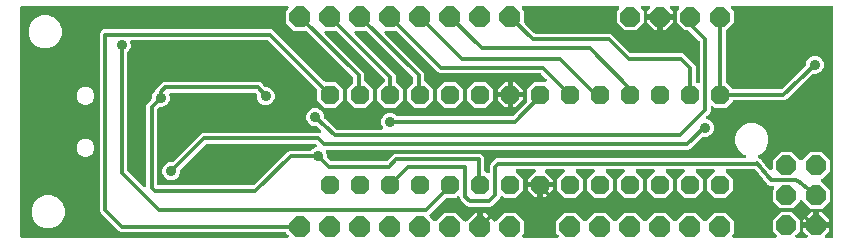
<source format=gbr>
G04 EAGLE Gerber RS-274X export*
G75*
%MOMM*%
%FSLAX34Y34*%
%LPD*%
%INBottom Copper*%
%IPPOS*%
%AMOC8*
5,1,8,0,0,1.08239X$1,22.5*%
G01*
%ADD10P,1.732040X8X202.500000*%
%ADD11P,1.814519X8X292.500000*%
%ADD12P,1.924489X8X292.500000*%
%ADD13P,1.924489X8X112.500000*%
%ADD14P,1.814519X8X112.500000*%
%ADD15C,0.304800*%
%ADD16C,0.906400*%

G36*
X230110Y4710D02*
X230110Y4710D01*
X230210Y4712D01*
X230282Y4730D01*
X230356Y4739D01*
X230451Y4772D01*
X230548Y4797D01*
X230614Y4831D01*
X230684Y4856D01*
X230769Y4911D01*
X230858Y4957D01*
X230915Y5005D01*
X230977Y5045D01*
X231047Y5117D01*
X231123Y5182D01*
X231168Y5242D01*
X231219Y5296D01*
X231271Y5382D01*
X231330Y5463D01*
X231360Y5531D01*
X231398Y5595D01*
X231429Y5691D01*
X231468Y5783D01*
X231482Y5856D01*
X231504Y5927D01*
X231512Y6027D01*
X231530Y6126D01*
X231526Y6200D01*
X231532Y6274D01*
X231517Y6374D01*
X231512Y6474D01*
X231492Y6545D01*
X231481Y6619D01*
X231444Y6712D01*
X231416Y6809D01*
X231379Y6874D01*
X231352Y6943D01*
X231295Y7025D01*
X231246Y7113D01*
X231180Y7189D01*
X231153Y7229D01*
X231127Y7253D01*
X231087Y7299D01*
X229435Y8951D01*
X229336Y9030D01*
X229242Y9114D01*
X229200Y9138D01*
X229162Y9168D01*
X229048Y9222D01*
X228937Y9283D01*
X228890Y9296D01*
X228847Y9317D01*
X228724Y9343D01*
X228602Y9378D01*
X228541Y9383D01*
X228506Y9390D01*
X228458Y9389D01*
X228358Y9397D01*
X89260Y9397D01*
X87580Y10093D01*
X72323Y25350D01*
X71627Y27030D01*
X71627Y177440D01*
X72323Y179120D01*
X73610Y180407D01*
X75290Y181103D01*
X216810Y181103D01*
X218490Y180407D01*
X261671Y137226D01*
X261770Y137147D01*
X261864Y137063D01*
X261906Y137039D01*
X261944Y137009D01*
X262058Y136955D01*
X262169Y136894D01*
X262215Y136881D01*
X262259Y136860D01*
X262382Y136834D01*
X262504Y136799D01*
X262565Y136794D01*
X262600Y136787D01*
X262648Y136788D01*
X262748Y136780D01*
X271277Y136780D01*
X277750Y130307D01*
X277750Y121153D01*
X271277Y114680D01*
X262123Y114680D01*
X255650Y121153D01*
X255650Y129682D01*
X255636Y129808D01*
X255629Y129934D01*
X255616Y129980D01*
X255610Y130028D01*
X255568Y130147D01*
X255533Y130269D01*
X255509Y130311D01*
X255493Y130356D01*
X255424Y130463D01*
X255363Y130573D01*
X255323Y130619D01*
X255304Y130649D01*
X255269Y130683D01*
X255204Y130759D01*
X214452Y171511D01*
X214353Y171590D01*
X214259Y171674D01*
X214217Y171698D01*
X214179Y171728D01*
X214065Y171782D01*
X213954Y171843D01*
X213908Y171856D01*
X213864Y171877D01*
X213741Y171903D01*
X213619Y171938D01*
X213558Y171943D01*
X213523Y171950D01*
X213475Y171949D01*
X213375Y171957D01*
X98867Y171957D01*
X98717Y171940D01*
X98568Y171928D01*
X98545Y171920D01*
X98521Y171917D01*
X98379Y171867D01*
X98236Y171820D01*
X98215Y171808D01*
X98192Y171800D01*
X98066Y171718D01*
X97937Y171641D01*
X97920Y171624D01*
X97900Y171611D01*
X97795Y171502D01*
X97687Y171398D01*
X97674Y171378D01*
X97657Y171360D01*
X97580Y171231D01*
X97499Y171105D01*
X97491Y171082D01*
X97479Y171061D01*
X97433Y170918D01*
X97382Y170776D01*
X97380Y170752D01*
X97372Y170729D01*
X97360Y170580D01*
X97343Y170430D01*
X97346Y170406D01*
X97344Y170382D01*
X97367Y170233D01*
X97384Y170084D01*
X97393Y170056D01*
X97396Y170037D01*
X97414Y169993D01*
X97459Y169851D01*
X97751Y169148D01*
X97751Y166132D01*
X96597Y163346D01*
X95189Y161938D01*
X95110Y161839D01*
X95026Y161745D01*
X95002Y161703D01*
X94972Y161665D01*
X94918Y161551D01*
X94857Y161440D01*
X94844Y161394D01*
X94823Y161350D01*
X94797Y161227D01*
X94762Y161105D01*
X94757Y161044D01*
X94750Y161009D01*
X94751Y160961D01*
X94743Y160861D01*
X94743Y62215D01*
X94757Y62089D01*
X94764Y61963D01*
X94777Y61917D01*
X94783Y61869D01*
X94825Y61750D01*
X94860Y61628D01*
X94884Y61586D01*
X94900Y61541D01*
X94969Y61434D01*
X95030Y61324D01*
X95070Y61278D01*
X95089Y61248D01*
X95124Y61214D01*
X95189Y61138D01*
X108397Y47930D01*
X108475Y47868D01*
X108548Y47798D01*
X108612Y47759D01*
X108670Y47713D01*
X108761Y47670D01*
X108847Y47619D01*
X108918Y47596D01*
X108985Y47564D01*
X109083Y47543D01*
X109179Y47513D01*
X109253Y47507D01*
X109326Y47491D01*
X109426Y47493D01*
X109526Y47485D01*
X109600Y47496D01*
X109674Y47497D01*
X109771Y47521D01*
X109871Y47536D01*
X109940Y47564D01*
X110012Y47582D01*
X110102Y47628D01*
X110195Y47665D01*
X110256Y47707D01*
X110322Y47742D01*
X110399Y47807D01*
X110481Y47864D01*
X110531Y47919D01*
X110587Y47967D01*
X110647Y48048D01*
X110714Y48123D01*
X110750Y48188D01*
X110795Y48248D01*
X110834Y48340D01*
X110883Y48428D01*
X110903Y48499D01*
X110933Y48568D01*
X110950Y48666D01*
X110978Y48763D01*
X110986Y48863D01*
X110994Y48911D01*
X110992Y48946D01*
X110997Y49007D01*
X110997Y116480D01*
X111693Y118160D01*
X113194Y119661D01*
X115163Y121630D01*
X115242Y121729D01*
X115326Y121823D01*
X115350Y121865D01*
X115380Y121903D01*
X115434Y122017D01*
X115495Y122128D01*
X115508Y122174D01*
X115529Y122218D01*
X115555Y122341D01*
X115590Y122463D01*
X115595Y122524D01*
X115602Y122559D01*
X115601Y122607D01*
X115609Y122707D01*
X115609Y124698D01*
X116763Y127484D01*
X118515Y129236D01*
X118516Y129237D01*
X118518Y129239D01*
X118628Y129378D01*
X118732Y129509D01*
X118733Y129511D01*
X118734Y129512D01*
X118845Y129730D01*
X119313Y130860D01*
X124410Y135957D01*
X126090Y136653D01*
X204812Y136653D01*
X204919Y136665D01*
X205027Y136668D01*
X205113Y136687D01*
X205159Y136693D01*
X205196Y136706D01*
X205243Y136717D01*
X205879Y136659D01*
X205925Y136660D01*
X206017Y136653D01*
X206657Y136653D01*
X206737Y136630D01*
X206837Y136592D01*
X206924Y136577D01*
X206968Y136564D01*
X207008Y136562D01*
X207056Y136554D01*
X207620Y136257D01*
X207664Y136241D01*
X207745Y136199D01*
X208337Y135954D01*
X208402Y135902D01*
X208480Y135828D01*
X208555Y135781D01*
X208590Y135753D01*
X208626Y135736D01*
X208668Y135710D01*
X209076Y135220D01*
X209109Y135188D01*
X209169Y135118D01*
X209622Y134665D01*
X209662Y134593D01*
X209706Y134495D01*
X209757Y134422D01*
X209779Y134382D01*
X209806Y134353D01*
X209847Y134295D01*
X211268Y132589D01*
X211284Y132574D01*
X211296Y132557D01*
X211409Y132454D01*
X211521Y132348D01*
X211539Y132338D01*
X211554Y132324D01*
X211689Y132249D01*
X211821Y132172D01*
X211841Y132165D01*
X211859Y132155D01*
X212007Y132113D01*
X212154Y132068D01*
X212175Y132066D01*
X212195Y132060D01*
X212439Y132041D01*
X213598Y132041D01*
X216384Y130887D01*
X218517Y128754D01*
X219671Y125968D01*
X219671Y122952D01*
X218517Y120166D01*
X216384Y118033D01*
X213598Y116879D01*
X210582Y116879D01*
X207796Y118033D01*
X205663Y120166D01*
X204509Y122952D01*
X204509Y125863D01*
X204503Y125920D01*
X204505Y125977D01*
X204483Y126093D01*
X204469Y126209D01*
X204450Y126263D01*
X204439Y126319D01*
X204391Y126426D01*
X204352Y126537D01*
X204321Y126585D01*
X204297Y126638D01*
X204173Y126813D01*
X204163Y126830D01*
X204160Y126833D01*
X204156Y126838D01*
X204055Y126959D01*
X204040Y126974D01*
X204028Y126991D01*
X203914Y127094D01*
X203803Y127200D01*
X203785Y127210D01*
X203769Y127224D01*
X203634Y127299D01*
X203502Y127376D01*
X203482Y127383D01*
X203464Y127393D01*
X203316Y127435D01*
X203170Y127480D01*
X203149Y127482D01*
X203129Y127488D01*
X202885Y127507D01*
X131887Y127507D01*
X131738Y127490D01*
X131588Y127478D01*
X131565Y127470D01*
X131541Y127467D01*
X131399Y127417D01*
X131256Y127371D01*
X131235Y127358D01*
X131212Y127350D01*
X131086Y127268D01*
X130957Y127191D01*
X130940Y127174D01*
X130920Y127161D01*
X130815Y127053D01*
X130707Y126948D01*
X130694Y126928D01*
X130677Y126910D01*
X130600Y126781D01*
X130519Y126655D01*
X130511Y126632D01*
X130499Y126611D01*
X130453Y126468D01*
X130402Y126326D01*
X130400Y126302D01*
X130392Y126279D01*
X130380Y126130D01*
X130364Y125980D01*
X130366Y125956D01*
X130364Y125932D01*
X130387Y125783D01*
X130404Y125634D01*
X130413Y125606D01*
X130416Y125587D01*
X130434Y125543D01*
X130479Y125401D01*
X130771Y124698D01*
X130771Y121682D01*
X129617Y118896D01*
X127484Y116763D01*
X124698Y115609D01*
X122707Y115609D01*
X122581Y115595D01*
X122455Y115588D01*
X122409Y115575D01*
X122361Y115569D01*
X122242Y115527D01*
X122120Y115492D01*
X122078Y115468D01*
X122033Y115452D01*
X121926Y115383D01*
X121816Y115322D01*
X121770Y115282D01*
X121740Y115263D01*
X121706Y115228D01*
X121630Y115163D01*
X120589Y114122D01*
X120510Y114023D01*
X120426Y113929D01*
X120402Y113887D01*
X120372Y113849D01*
X120318Y113735D01*
X120257Y113624D01*
X120244Y113578D01*
X120223Y113534D01*
X120197Y113410D01*
X120162Y113289D01*
X120157Y113228D01*
X120150Y113193D01*
X120151Y113145D01*
X120143Y113045D01*
X120143Y50546D01*
X120146Y50520D01*
X120144Y50494D01*
X120166Y50347D01*
X120183Y50200D01*
X120191Y50175D01*
X120195Y50149D01*
X120250Y50011D01*
X120300Y49872D01*
X120314Y49850D01*
X120324Y49825D01*
X120409Y49704D01*
X120489Y49579D01*
X120508Y49561D01*
X120523Y49539D01*
X120633Y49440D01*
X120740Y49337D01*
X120762Y49323D01*
X120782Y49306D01*
X120912Y49234D01*
X121039Y49158D01*
X121064Y49150D01*
X121087Y49137D01*
X121230Y49097D01*
X121371Y49052D01*
X121397Y49050D01*
X121422Y49042D01*
X121666Y49023D01*
X200751Y49023D01*
X200860Y49035D01*
X200970Y49039D01*
X201033Y49055D01*
X201097Y49063D01*
X201201Y49100D01*
X201307Y49128D01*
X201364Y49158D01*
X201425Y49180D01*
X201518Y49240D01*
X201615Y49292D01*
X201680Y49345D01*
X201718Y49369D01*
X201746Y49399D01*
X201805Y49446D01*
X230469Y76916D01*
X230477Y76926D01*
X230492Y76939D01*
X231126Y77572D01*
X231960Y77897D01*
X231971Y77903D01*
X231990Y77909D01*
X232817Y78252D01*
X233712Y78233D01*
X233725Y78234D01*
X233744Y78233D01*
X249761Y78233D01*
X249887Y78247D01*
X250013Y78254D01*
X250059Y78267D01*
X250107Y78273D01*
X250226Y78315D01*
X250348Y78350D01*
X250390Y78374D01*
X250435Y78390D01*
X250542Y78459D01*
X250652Y78520D01*
X250698Y78560D01*
X250728Y78579D01*
X250762Y78614D01*
X250838Y78679D01*
X252246Y80087D01*
X254835Y81159D01*
X254967Y81232D01*
X255100Y81301D01*
X255119Y81317D01*
X255140Y81329D01*
X255252Y81430D01*
X255366Y81527D01*
X255380Y81546D01*
X255398Y81563D01*
X255484Y81687D01*
X255573Y81807D01*
X255583Y81829D01*
X255596Y81849D01*
X255652Y81990D01*
X255711Y82127D01*
X255715Y82151D01*
X255724Y82174D01*
X255746Y82322D01*
X255773Y82470D01*
X255771Y82494D01*
X255775Y82518D01*
X255762Y82668D01*
X255755Y82818D01*
X255748Y82842D01*
X255746Y82866D01*
X255700Y83009D01*
X255658Y83153D01*
X255646Y83174D01*
X255639Y83197D01*
X255561Y83326D01*
X255488Y83457D01*
X255469Y83480D01*
X255459Y83496D01*
X255426Y83530D01*
X255329Y83644D01*
X255092Y83881D01*
X254993Y83960D01*
X254899Y84044D01*
X254857Y84068D01*
X254819Y84098D01*
X254705Y84152D01*
X254594Y84213D01*
X254548Y84226D01*
X254504Y84247D01*
X254380Y84273D01*
X254259Y84308D01*
X254198Y84313D01*
X254163Y84320D01*
X254115Y84319D01*
X254015Y84327D01*
X162545Y84327D01*
X162419Y84313D01*
X162293Y84306D01*
X162247Y84293D01*
X162199Y84287D01*
X162080Y84245D01*
X161958Y84210D01*
X161916Y84186D01*
X161871Y84170D01*
X161764Y84101D01*
X161654Y84040D01*
X161608Y84000D01*
X161578Y83981D01*
X161544Y83946D01*
X161468Y83881D01*
X140107Y62520D01*
X140028Y62421D01*
X139944Y62327D01*
X139920Y62285D01*
X139890Y62247D01*
X139836Y62133D01*
X139775Y62022D01*
X139762Y61976D01*
X139741Y61932D01*
X139715Y61809D01*
X139680Y61687D01*
X139675Y61626D01*
X139668Y61591D01*
X139669Y61543D01*
X139661Y61443D01*
X139661Y59452D01*
X138507Y56666D01*
X136374Y54533D01*
X133588Y53379D01*
X130572Y53379D01*
X127786Y54533D01*
X125653Y56666D01*
X124499Y59452D01*
X124499Y62468D01*
X125653Y65254D01*
X127786Y67387D01*
X130572Y68541D01*
X132563Y68541D01*
X132689Y68555D01*
X132815Y68562D01*
X132861Y68575D01*
X132909Y68581D01*
X133028Y68623D01*
X133150Y68658D01*
X133192Y68682D01*
X133237Y68698D01*
X133344Y68767D01*
X133454Y68828D01*
X133500Y68868D01*
X133530Y68887D01*
X133564Y68922D01*
X133640Y68987D01*
X155929Y91276D01*
X157430Y92777D01*
X159110Y93473D01*
X257670Y93473D01*
X257800Y93488D01*
X257931Y93495D01*
X257973Y93508D01*
X258017Y93513D01*
X258139Y93557D01*
X258265Y93594D01*
X258303Y93615D01*
X258345Y93630D01*
X258454Y93701D01*
X258568Y93765D01*
X258601Y93795D01*
X258637Y93819D01*
X258728Y93913D01*
X258824Y94002D01*
X258849Y94038D01*
X258880Y94070D01*
X258947Y94182D01*
X259020Y94290D01*
X259036Y94331D01*
X259058Y94369D01*
X259098Y94493D01*
X259145Y94615D01*
X259151Y94659D01*
X259165Y94701D01*
X259175Y94831D01*
X259193Y94961D01*
X259189Y95004D01*
X259193Y95048D01*
X259173Y95177D01*
X259161Y95308D01*
X259147Y95349D01*
X259141Y95393D01*
X259093Y95514D01*
X259051Y95638D01*
X259028Y95676D01*
X259012Y95717D01*
X258938Y95824D01*
X258869Y95935D01*
X258832Y95976D01*
X258813Y96003D01*
X258777Y96036D01*
X258703Y96115D01*
X255908Y98695D01*
X255831Y98752D01*
X255759Y98816D01*
X255691Y98854D01*
X255627Y98901D01*
X255538Y98938D01*
X255454Y98985D01*
X255379Y99006D01*
X255306Y99037D01*
X255212Y99053D01*
X255119Y99080D01*
X255011Y99088D01*
X254963Y99097D01*
X254930Y99095D01*
X254875Y99099D01*
X252492Y99099D01*
X249706Y100253D01*
X247573Y102386D01*
X246419Y105172D01*
X246419Y108188D01*
X247573Y110974D01*
X249706Y113107D01*
X252492Y114261D01*
X255508Y114261D01*
X258294Y113107D01*
X260427Y110974D01*
X261581Y108188D01*
X261581Y106572D01*
X261599Y106417D01*
X261613Y106261D01*
X261619Y106244D01*
X261621Y106226D01*
X261674Y106078D01*
X261723Y105930D01*
X261732Y105915D01*
X261738Y105898D01*
X261823Y105766D01*
X261905Y105633D01*
X261919Y105617D01*
X261927Y105605D01*
X261958Y105576D01*
X262071Y105453D01*
X271860Y96417D01*
X271938Y96360D01*
X272009Y96296D01*
X272078Y96258D01*
X272142Y96211D01*
X272230Y96174D01*
X272314Y96127D01*
X272390Y96106D01*
X272462Y96075D01*
X272557Y96058D01*
X272650Y96032D01*
X272757Y96024D01*
X272806Y96015D01*
X272839Y96017D01*
X272893Y96013D01*
X309959Y96013D01*
X310059Y96024D01*
X310159Y96026D01*
X310232Y96044D01*
X310305Y96053D01*
X310400Y96086D01*
X310497Y96111D01*
X310563Y96145D01*
X310633Y96170D01*
X310718Y96225D01*
X310807Y96271D01*
X310864Y96319D01*
X310926Y96359D01*
X310996Y96431D01*
X311073Y96497D01*
X311117Y96556D01*
X311168Y96610D01*
X311220Y96696D01*
X311280Y96777D01*
X311309Y96845D01*
X311347Y96909D01*
X311378Y97004D01*
X311418Y97097D01*
X311431Y97170D01*
X311453Y97241D01*
X311462Y97341D01*
X311479Y97440D01*
X311475Y97514D01*
X311481Y97588D01*
X311467Y97687D01*
X311461Y97788D01*
X311441Y97859D01*
X311430Y97933D01*
X311393Y98026D01*
X311365Y98123D01*
X311328Y98188D01*
X311301Y98257D01*
X311244Y98339D01*
X311195Y98427D01*
X311130Y98503D01*
X311102Y98543D01*
X311078Y98565D01*
X309919Y101362D01*
X309919Y104378D01*
X311073Y107164D01*
X313206Y109297D01*
X315992Y110451D01*
X319008Y110451D01*
X321794Y109297D01*
X323202Y107889D01*
X323301Y107810D01*
X323395Y107726D01*
X323437Y107702D01*
X323475Y107672D01*
X323589Y107618D01*
X323700Y107557D01*
X323746Y107544D01*
X323790Y107523D01*
X323913Y107497D01*
X324035Y107462D01*
X324096Y107457D01*
X324131Y107450D01*
X324179Y107451D01*
X324279Y107443D01*
X420385Y107443D01*
X420511Y107457D01*
X420637Y107464D01*
X420683Y107477D01*
X420731Y107483D01*
X420850Y107525D01*
X420972Y107560D01*
X421014Y107584D01*
X421059Y107600D01*
X421166Y107669D01*
X421276Y107730D01*
X421322Y107770D01*
X421352Y107789D01*
X421386Y107824D01*
X421462Y107889D01*
X433011Y119438D01*
X433028Y119460D01*
X433050Y119478D01*
X433137Y119596D01*
X433228Y119711D01*
X433240Y119736D01*
X433256Y119759D01*
X433314Y119894D01*
X433377Y120026D01*
X433383Y120053D01*
X433394Y120079D01*
X433419Y120223D01*
X433450Y120367D01*
X433450Y120395D01*
X433454Y120422D01*
X433450Y120514D01*
X433450Y120522D01*
X433450Y130307D01*
X439923Y136780D01*
X448706Y136780D01*
X448806Y136791D01*
X448906Y136793D01*
X448978Y136811D01*
X449052Y136820D01*
X449147Y136853D01*
X449244Y136878D01*
X449310Y136912D01*
X449380Y136937D01*
X449465Y136992D01*
X449554Y137038D01*
X449611Y137086D01*
X449673Y137126D01*
X449743Y137198D01*
X449819Y137263D01*
X449864Y137323D01*
X449915Y137377D01*
X449967Y137463D01*
X450027Y137544D01*
X450056Y137612D01*
X450094Y137676D01*
X450125Y137772D01*
X450165Y137864D01*
X450178Y137937D01*
X450200Y138008D01*
X450208Y138108D01*
X450226Y138207D01*
X450222Y138281D01*
X450228Y138355D01*
X450213Y138455D01*
X450208Y138555D01*
X450188Y138626D01*
X450177Y138700D01*
X450140Y138793D01*
X450112Y138890D01*
X450075Y138955D01*
X450048Y139024D01*
X449991Y139106D01*
X449942Y139194D01*
X449876Y139270D01*
X449849Y139310D01*
X449823Y139334D01*
X449783Y139380D01*
X445592Y143571D01*
X445493Y143650D01*
X445399Y143734D01*
X445357Y143758D01*
X445319Y143788D01*
X445205Y143842D01*
X445094Y143903D01*
X445048Y143916D01*
X445004Y143937D01*
X444881Y143963D01*
X444759Y143998D01*
X444698Y144003D01*
X444663Y144010D01*
X444615Y144009D01*
X444515Y144017D01*
X359770Y144017D01*
X358090Y144713D01*
X323418Y179385D01*
X323319Y179464D01*
X323225Y179548D01*
X323183Y179572D01*
X323145Y179602D01*
X323031Y179656D01*
X322920Y179717D01*
X322874Y179730D01*
X322830Y179751D01*
X322707Y179777D01*
X322585Y179812D01*
X322524Y179817D01*
X322489Y179824D01*
X322441Y179823D01*
X322341Y179831D01*
X314183Y179831D01*
X314083Y179820D01*
X313983Y179818D01*
X313911Y179800D01*
X313837Y179791D01*
X313742Y179758D01*
X313645Y179733D01*
X313579Y179699D01*
X313509Y179674D01*
X313424Y179619D01*
X313335Y179573D01*
X313278Y179525D01*
X313216Y179485D01*
X313146Y179413D01*
X313070Y179348D01*
X313025Y179288D01*
X312974Y179234D01*
X312922Y179148D01*
X312862Y179067D01*
X312833Y178999D01*
X312795Y178935D01*
X312764Y178839D01*
X312724Y178747D01*
X312711Y178674D01*
X312689Y178603D01*
X312681Y178503D01*
X312663Y178404D01*
X312667Y178330D01*
X312661Y178256D01*
X312676Y178156D01*
X312681Y178056D01*
X312701Y177985D01*
X312712Y177911D01*
X312749Y177818D01*
X312777Y177721D01*
X312814Y177656D01*
X312841Y177587D01*
X312898Y177505D01*
X312947Y177417D01*
X313013Y177341D01*
X313040Y177301D01*
X313066Y177277D01*
X313106Y177231D01*
X344006Y146331D01*
X345507Y144830D01*
X346203Y143150D01*
X346203Y138303D01*
X346206Y138277D01*
X346204Y138251D01*
X346226Y138104D01*
X346243Y137957D01*
X346251Y137932D01*
X346255Y137906D01*
X346310Y137768D01*
X346360Y137629D01*
X346374Y137607D01*
X346384Y137582D01*
X346469Y137460D01*
X346549Y137336D01*
X346568Y137318D01*
X346583Y137296D01*
X346693Y137197D01*
X346800Y137094D01*
X346822Y137080D01*
X346842Y137063D01*
X346972Y136991D01*
X347099Y136915D01*
X347124Y136907D01*
X347147Y136894D01*
X347290Y136854D01*
X347431Y136809D01*
X347450Y136807D01*
X353950Y130307D01*
X353950Y121153D01*
X347477Y114680D01*
X338323Y114680D01*
X331850Y121153D01*
X331850Y130307D01*
X336611Y135068D01*
X336690Y135167D01*
X336774Y135261D01*
X336798Y135303D01*
X336828Y135341D01*
X336882Y135455D01*
X336943Y135566D01*
X336956Y135612D01*
X336977Y135656D01*
X337003Y135779D01*
X337038Y135901D01*
X337043Y135962D01*
X337050Y135997D01*
X337049Y136045D01*
X337057Y136145D01*
X337057Y139715D01*
X337043Y139841D01*
X337036Y139967D01*
X337023Y140013D01*
X337017Y140061D01*
X336975Y140180D01*
X336940Y140302D01*
X336916Y140344D01*
X336900Y140389D01*
X336831Y140496D01*
X336770Y140606D01*
X336730Y140652D01*
X336711Y140682D01*
X336676Y140716D01*
X336611Y140792D01*
X298018Y179385D01*
X297919Y179464D01*
X297825Y179548D01*
X297783Y179572D01*
X297745Y179602D01*
X297631Y179656D01*
X297520Y179717D01*
X297474Y179730D01*
X297430Y179751D01*
X297307Y179777D01*
X297185Y179812D01*
X297124Y179817D01*
X297089Y179824D01*
X297041Y179823D01*
X296941Y179831D01*
X288783Y179831D01*
X288683Y179820D01*
X288583Y179818D01*
X288511Y179800D01*
X288437Y179791D01*
X288342Y179758D01*
X288245Y179733D01*
X288179Y179699D01*
X288109Y179674D01*
X288024Y179619D01*
X287935Y179573D01*
X287878Y179525D01*
X287816Y179485D01*
X287746Y179413D01*
X287670Y179348D01*
X287625Y179288D01*
X287574Y179234D01*
X287522Y179148D01*
X287462Y179067D01*
X287433Y178999D01*
X287395Y178935D01*
X287364Y178839D01*
X287324Y178747D01*
X287311Y178674D01*
X287289Y178603D01*
X287281Y178503D01*
X287263Y178404D01*
X287267Y178330D01*
X287261Y178256D01*
X287276Y178156D01*
X287281Y178056D01*
X287301Y177985D01*
X287312Y177911D01*
X287349Y177818D01*
X287377Y177721D01*
X287414Y177656D01*
X287441Y177587D01*
X287498Y177505D01*
X287547Y177417D01*
X287613Y177341D01*
X287640Y177301D01*
X287666Y177277D01*
X287706Y177231D01*
X319876Y145061D01*
X321377Y143560D01*
X322073Y141880D01*
X322073Y137415D01*
X322087Y137289D01*
X322094Y137163D01*
X322107Y137117D01*
X322113Y137069D01*
X322155Y136950D01*
X322190Y136828D01*
X322214Y136786D01*
X322230Y136741D01*
X322299Y136634D01*
X322360Y136524D01*
X322400Y136478D01*
X322419Y136448D01*
X322454Y136414D01*
X322519Y136338D01*
X328550Y130307D01*
X328550Y121153D01*
X322077Y114680D01*
X312923Y114680D01*
X306450Y121153D01*
X306450Y130307D01*
X312481Y136338D01*
X312560Y136437D01*
X312644Y136531D01*
X312668Y136573D01*
X312698Y136611D01*
X312752Y136725D01*
X312813Y136836D01*
X312826Y136882D01*
X312847Y136926D01*
X312873Y137049D01*
X312908Y137171D01*
X312913Y137232D01*
X312920Y137267D01*
X312919Y137315D01*
X312927Y137415D01*
X312927Y138445D01*
X312913Y138571D01*
X312906Y138697D01*
X312893Y138743D01*
X312887Y138791D01*
X312845Y138910D01*
X312810Y139032D01*
X312786Y139074D01*
X312770Y139119D01*
X312701Y139226D01*
X312640Y139336D01*
X312600Y139382D01*
X312581Y139412D01*
X312546Y139446D01*
X312481Y139522D01*
X272618Y179385D01*
X272519Y179464D01*
X272425Y179548D01*
X272383Y179572D01*
X272345Y179602D01*
X272231Y179656D01*
X272120Y179717D01*
X272074Y179730D01*
X272030Y179751D01*
X271907Y179777D01*
X271785Y179812D01*
X271724Y179817D01*
X271689Y179824D01*
X271641Y179823D01*
X271541Y179831D01*
X263383Y179831D01*
X263283Y179820D01*
X263183Y179818D01*
X263111Y179800D01*
X263037Y179791D01*
X262942Y179758D01*
X262845Y179733D01*
X262779Y179699D01*
X262709Y179674D01*
X262624Y179619D01*
X262535Y179573D01*
X262478Y179525D01*
X262416Y179485D01*
X262346Y179413D01*
X262270Y179348D01*
X262225Y179288D01*
X262174Y179234D01*
X262122Y179148D01*
X262062Y179067D01*
X262033Y178999D01*
X261995Y178935D01*
X261964Y178839D01*
X261924Y178747D01*
X261911Y178674D01*
X261889Y178603D01*
X261881Y178503D01*
X261863Y178404D01*
X261867Y178330D01*
X261861Y178256D01*
X261876Y178156D01*
X261881Y178056D01*
X261901Y177985D01*
X261912Y177911D01*
X261949Y177818D01*
X261977Y177721D01*
X262014Y177656D01*
X262041Y177587D01*
X262098Y177505D01*
X262147Y177417D01*
X262213Y177341D01*
X262240Y177301D01*
X262266Y177277D01*
X262306Y177231D01*
X293206Y146331D01*
X294707Y144830D01*
X295403Y143150D01*
X295403Y138303D01*
X295406Y138277D01*
X295404Y138251D01*
X295426Y138104D01*
X295443Y137957D01*
X295451Y137932D01*
X295455Y137906D01*
X295510Y137768D01*
X295560Y137629D01*
X295574Y137607D01*
X295584Y137582D01*
X295669Y137460D01*
X295749Y137336D01*
X295768Y137318D01*
X295783Y137296D01*
X295893Y137197D01*
X296000Y137094D01*
X296022Y137080D01*
X296042Y137063D01*
X296172Y136991D01*
X296299Y136915D01*
X296324Y136907D01*
X296347Y136894D01*
X296490Y136854D01*
X296631Y136809D01*
X296650Y136807D01*
X303150Y130307D01*
X303150Y121153D01*
X296677Y114680D01*
X287523Y114680D01*
X281050Y121153D01*
X281050Y130307D01*
X285811Y135068D01*
X285890Y135167D01*
X285974Y135261D01*
X285998Y135303D01*
X286028Y135341D01*
X286082Y135455D01*
X286143Y135566D01*
X286156Y135612D01*
X286177Y135656D01*
X286203Y135779D01*
X286238Y135901D01*
X286243Y135962D01*
X286250Y135997D01*
X286249Y136045D01*
X286257Y136145D01*
X286257Y139715D01*
X286243Y139841D01*
X286236Y139967D01*
X286223Y140013D01*
X286217Y140061D01*
X286175Y140180D01*
X286140Y140302D01*
X286116Y140344D01*
X286100Y140389D01*
X286031Y140496D01*
X285970Y140606D01*
X285930Y140652D01*
X285911Y140682D01*
X285876Y140716D01*
X285811Y140792D01*
X247218Y179385D01*
X247119Y179464D01*
X247025Y179548D01*
X246983Y179572D01*
X246945Y179602D01*
X246831Y179656D01*
X246720Y179717D01*
X246674Y179730D01*
X246630Y179751D01*
X246507Y179777D01*
X246385Y179812D01*
X246324Y179817D01*
X246289Y179824D01*
X246241Y179823D01*
X246141Y179831D01*
X236355Y179831D01*
X229361Y186825D01*
X229361Y196715D01*
X231087Y198441D01*
X231149Y198519D01*
X231219Y198592D01*
X231257Y198656D01*
X231304Y198714D01*
X231347Y198805D01*
X231398Y198891D01*
X231421Y198962D01*
X231453Y199029D01*
X231474Y199127D01*
X231504Y199223D01*
X231510Y199297D01*
X231526Y199370D01*
X231524Y199470D01*
X231532Y199570D01*
X231521Y199644D01*
X231520Y199718D01*
X231495Y199815D01*
X231481Y199915D01*
X231453Y199984D01*
X231435Y200056D01*
X231389Y200145D01*
X231352Y200239D01*
X231309Y200300D01*
X231275Y200366D01*
X231210Y200442D01*
X231153Y200525D01*
X231098Y200575D01*
X231049Y200631D01*
X230969Y200691D01*
X230894Y200758D01*
X230829Y200794D01*
X230769Y200839D01*
X230677Y200878D01*
X230589Y200927D01*
X230517Y200947D01*
X230449Y200977D01*
X230350Y200994D01*
X230254Y201022D01*
X230154Y201030D01*
X230106Y201038D01*
X230070Y201036D01*
X230010Y201041D01*
X5892Y201041D01*
X5866Y201038D01*
X5840Y201040D01*
X5693Y201018D01*
X5546Y201001D01*
X5521Y200993D01*
X5495Y200989D01*
X5357Y200934D01*
X5218Y200884D01*
X5196Y200870D01*
X5171Y200860D01*
X5050Y200775D01*
X4925Y200695D01*
X4907Y200676D01*
X4885Y200661D01*
X4786Y200551D01*
X4683Y200444D01*
X4669Y200422D01*
X4652Y200402D01*
X4580Y200272D01*
X4504Y200145D01*
X4496Y200120D01*
X4483Y200097D01*
X4443Y199954D01*
X4398Y199813D01*
X4396Y199787D01*
X4388Y199762D01*
X4369Y199518D01*
X4369Y6222D01*
X4372Y6196D01*
X4370Y6170D01*
X4392Y6023D01*
X4409Y5876D01*
X4417Y5851D01*
X4421Y5825D01*
X4476Y5687D01*
X4526Y5548D01*
X4540Y5526D01*
X4550Y5501D01*
X4635Y5380D01*
X4715Y5255D01*
X4734Y5237D01*
X4749Y5215D01*
X4859Y5116D01*
X4966Y5013D01*
X4988Y4999D01*
X5008Y4982D01*
X5138Y4910D01*
X5265Y4834D01*
X5290Y4826D01*
X5313Y4813D01*
X5456Y4773D01*
X5597Y4728D01*
X5623Y4726D01*
X5648Y4718D01*
X5892Y4699D01*
X230010Y4699D01*
X230110Y4710D01*
G37*
G36*
X669697Y4710D02*
X669697Y4710D01*
X669797Y4712D01*
X669869Y4730D01*
X669943Y4739D01*
X670037Y4772D01*
X670135Y4797D01*
X670201Y4831D01*
X670271Y4856D01*
X670355Y4911D01*
X670445Y4957D01*
X670501Y5005D01*
X670564Y5045D01*
X670634Y5117D01*
X670710Y5182D01*
X670754Y5242D01*
X670806Y5296D01*
X670858Y5382D01*
X670917Y5463D01*
X670947Y5531D01*
X670985Y5595D01*
X671016Y5691D01*
X671055Y5783D01*
X671068Y5856D01*
X671091Y5927D01*
X671099Y6027D01*
X671117Y6126D01*
X671113Y6200D01*
X671119Y6274D01*
X671104Y6374D01*
X671099Y6474D01*
X671078Y6545D01*
X671067Y6619D01*
X671030Y6712D01*
X671003Y6809D01*
X670966Y6874D01*
X670939Y6943D01*
X670881Y7025D01*
X670832Y7113D01*
X670767Y7189D01*
X670740Y7229D01*
X670713Y7253D01*
X670674Y7299D01*
X667257Y10716D01*
X667257Y12701D01*
X677164Y12701D01*
X677190Y12704D01*
X677216Y12702D01*
X677363Y12724D01*
X677510Y12741D01*
X677535Y12749D01*
X677561Y12753D01*
X677698Y12808D01*
X677838Y12858D01*
X677860Y12872D01*
X677885Y12882D01*
X678006Y12967D01*
X678131Y13047D01*
X678149Y13066D01*
X678171Y13081D01*
X678185Y13097D01*
X678270Y13015D01*
X678293Y13001D01*
X678312Y12984D01*
X678442Y12912D01*
X678569Y12836D01*
X678594Y12828D01*
X678617Y12815D01*
X678760Y12775D01*
X678901Y12730D01*
X678927Y12727D01*
X678952Y12720D01*
X679196Y12701D01*
X689103Y12701D01*
X689103Y10716D01*
X685686Y7299D01*
X685624Y7221D01*
X685554Y7148D01*
X685516Y7084D01*
X685470Y7026D01*
X685427Y6935D01*
X685375Y6849D01*
X685352Y6778D01*
X685321Y6711D01*
X685299Y6613D01*
X685269Y6517D01*
X685263Y6443D01*
X685247Y6370D01*
X685249Y6270D01*
X685241Y6170D01*
X685252Y6096D01*
X685253Y6022D01*
X685278Y5925D01*
X685293Y5825D01*
X685320Y5756D01*
X685338Y5684D01*
X685384Y5594D01*
X685421Y5501D01*
X685464Y5440D01*
X685498Y5374D01*
X685563Y5297D01*
X685620Y5215D01*
X685675Y5165D01*
X685724Y5109D01*
X685804Y5049D01*
X685879Y4982D01*
X685944Y4946D01*
X686004Y4901D01*
X686096Y4862D01*
X686184Y4813D01*
X686256Y4793D01*
X686324Y4763D01*
X686423Y4746D01*
X686519Y4718D01*
X686619Y4710D01*
X686667Y4702D01*
X686703Y4704D01*
X686763Y4699D01*
X691238Y4699D01*
X691264Y4702D01*
X691290Y4700D01*
X691437Y4722D01*
X691584Y4739D01*
X691609Y4747D01*
X691635Y4751D01*
X691773Y4806D01*
X691912Y4856D01*
X691934Y4870D01*
X691959Y4880D01*
X692080Y4965D01*
X692205Y5045D01*
X692223Y5064D01*
X692245Y5079D01*
X692344Y5189D01*
X692447Y5296D01*
X692461Y5318D01*
X692478Y5338D01*
X692550Y5468D01*
X692626Y5595D01*
X692634Y5620D01*
X692647Y5643D01*
X692687Y5786D01*
X692732Y5927D01*
X692734Y5953D01*
X692742Y5978D01*
X692761Y6222D01*
X692761Y199518D01*
X692758Y199544D01*
X692760Y199570D01*
X692738Y199717D01*
X692721Y199864D01*
X692713Y199889D01*
X692709Y199915D01*
X692654Y200053D01*
X692604Y200192D01*
X692590Y200214D01*
X692580Y200239D01*
X692495Y200360D01*
X692415Y200485D01*
X692396Y200503D01*
X692381Y200525D01*
X692271Y200624D01*
X692164Y200727D01*
X692142Y200741D01*
X692122Y200758D01*
X691992Y200830D01*
X691865Y200906D01*
X691840Y200914D01*
X691817Y200927D01*
X691674Y200967D01*
X691533Y201012D01*
X691507Y201014D01*
X691482Y201022D01*
X691238Y201041D01*
X607472Y201041D01*
X607372Y201030D01*
X607271Y201028D01*
X607199Y201010D01*
X607125Y201001D01*
X607031Y200968D01*
X606933Y200943D01*
X606867Y200909D01*
X606797Y200884D01*
X606713Y200829D01*
X606624Y200783D01*
X606567Y200735D01*
X606505Y200695D01*
X606435Y200623D01*
X606358Y200558D01*
X606314Y200498D01*
X606262Y200444D01*
X606211Y200358D01*
X606151Y200277D01*
X606122Y200209D01*
X606083Y200145D01*
X606053Y200049D01*
X606013Y199957D01*
X606000Y199884D01*
X605977Y199813D01*
X605969Y199713D01*
X605951Y199614D01*
X605955Y199540D01*
X605949Y199466D01*
X605964Y199366D01*
X605969Y199266D01*
X605990Y199195D01*
X606001Y199121D01*
X606038Y199028D01*
X606066Y198931D01*
X606102Y198866D01*
X606130Y198797D01*
X606187Y198715D01*
X606236Y198627D01*
X606301Y198551D01*
X606329Y198511D01*
X606355Y198487D01*
X606395Y198441D01*
X608331Y196505D01*
X608331Y187035D01*
X601919Y180623D01*
X601840Y180524D01*
X601756Y180431D01*
X601732Y180388D01*
X601702Y180350D01*
X601648Y180236D01*
X601587Y180125D01*
X601574Y180079D01*
X601553Y180035D01*
X601527Y179912D01*
X601492Y179790D01*
X601487Y179729D01*
X601480Y179695D01*
X601481Y179647D01*
X601473Y179546D01*
X601473Y137415D01*
X601487Y137289D01*
X601494Y137163D01*
X601507Y137117D01*
X601513Y137069D01*
X601555Y136950D01*
X601590Y136828D01*
X601614Y136786D01*
X601630Y136741D01*
X601699Y136634D01*
X601760Y136524D01*
X601800Y136478D01*
X601819Y136448D01*
X601854Y136414D01*
X601919Y136338D01*
X607508Y130749D01*
X607607Y130670D01*
X607701Y130586D01*
X607743Y130562D01*
X607781Y130532D01*
X607895Y130478D01*
X608006Y130417D01*
X608052Y130404D01*
X608096Y130383D01*
X608219Y130357D01*
X608341Y130322D01*
X608402Y130317D01*
X608437Y130310D01*
X608485Y130311D01*
X608585Y130303D01*
X647802Y130303D01*
X647909Y130315D01*
X648017Y130318D01*
X648081Y130335D01*
X648148Y130343D01*
X648249Y130379D01*
X648354Y130406D01*
X648413Y130438D01*
X648476Y130460D01*
X648567Y130519D01*
X648662Y130569D01*
X648731Y130624D01*
X648769Y130649D01*
X648797Y130678D01*
X648852Y130723D01*
X668857Y149775D01*
X668950Y149886D01*
X669046Y149994D01*
X669061Y150020D01*
X669080Y150042D01*
X669145Y150172D01*
X669215Y150299D01*
X669223Y150327D01*
X669236Y150354D01*
X669270Y150494D01*
X669310Y150634D01*
X669313Y150670D01*
X669318Y150693D01*
X669318Y150742D01*
X669329Y150878D01*
X669329Y152638D01*
X670483Y155424D01*
X672616Y157557D01*
X675402Y158711D01*
X678418Y158711D01*
X681204Y157557D01*
X683337Y155424D01*
X684491Y152638D01*
X684491Y149622D01*
X683337Y146836D01*
X681204Y144703D01*
X678418Y143549D01*
X676190Y143549D01*
X676083Y143537D01*
X675975Y143534D01*
X675910Y143517D01*
X675844Y143509D01*
X675742Y143473D01*
X675638Y143446D01*
X675579Y143414D01*
X675516Y143392D01*
X675425Y143333D01*
X675330Y143283D01*
X675261Y143228D01*
X675223Y143203D01*
X675195Y143174D01*
X675139Y143129D01*
X653447Y122470D01*
X653438Y122459D01*
X653421Y122444D01*
X652789Y121812D01*
X651956Y121491D01*
X651943Y121484D01*
X651921Y121477D01*
X651096Y121135D01*
X650203Y121157D01*
X650188Y121155D01*
X650166Y121157D01*
X608585Y121157D01*
X608459Y121143D01*
X608333Y121136D01*
X608287Y121123D01*
X608239Y121117D01*
X608120Y121075D01*
X607998Y121040D01*
X607956Y121016D01*
X607911Y121000D01*
X607804Y120931D01*
X607694Y120870D01*
X607648Y120830D01*
X607618Y120811D01*
X607584Y120776D01*
X607508Y120711D01*
X601477Y114680D01*
X592323Y114680D01*
X591373Y115630D01*
X591294Y115693D01*
X591222Y115762D01*
X591158Y115801D01*
X591100Y115847D01*
X591009Y115890D01*
X590923Y115941D01*
X590852Y115964D01*
X590785Y115996D01*
X590687Y116017D01*
X590591Y116048D01*
X590517Y116054D01*
X590444Y116069D01*
X590344Y116067D01*
X590244Y116076D01*
X590170Y116064D01*
X590096Y116063D01*
X589999Y116039D01*
X589899Y116024D01*
X589830Y115996D01*
X589758Y115978D01*
X589669Y115932D01*
X589575Y115895D01*
X589514Y115853D01*
X589448Y115819D01*
X589372Y115753D01*
X589289Y115696D01*
X589239Y115641D01*
X589183Y115593D01*
X589123Y115512D01*
X589056Y115437D01*
X589020Y115372D01*
X588975Y115312D01*
X588936Y115220D01*
X588887Y115132D01*
X588867Y115061D01*
X588837Y114992D01*
X588820Y114894D01*
X588792Y114797D01*
X588784Y114697D01*
X588776Y114649D01*
X588778Y114614D01*
X588773Y114553D01*
X588773Y112120D01*
X588077Y110440D01*
X586576Y108939D01*
X585410Y107774D01*
X585339Y107683D01*
X585338Y107683D01*
X585338Y107682D01*
X585317Y107656D01*
X585220Y107541D01*
X585209Y107520D01*
X585194Y107501D01*
X585130Y107365D01*
X585061Y107231D01*
X585055Y107207D01*
X585045Y107186D01*
X585013Y107039D01*
X584977Y106893D01*
X584977Y106868D01*
X584972Y106845D01*
X584974Y106695D01*
X584972Y106544D01*
X584977Y106520D01*
X584978Y106496D01*
X585014Y106351D01*
X585046Y106204D01*
X585057Y106182D01*
X585063Y106158D01*
X585131Y106025D01*
X585196Y105889D01*
X585211Y105870D01*
X585222Y105849D01*
X585320Y105734D01*
X585413Y105617D01*
X585432Y105602D01*
X585448Y105583D01*
X585569Y105494D01*
X585687Y105401D01*
X585713Y105387D01*
X585728Y105376D01*
X585771Y105357D01*
X585905Y105289D01*
X588494Y104217D01*
X590627Y102084D01*
X591781Y99298D01*
X591781Y96282D01*
X590627Y93496D01*
X588494Y91363D01*
X585708Y90209D01*
X582447Y90209D01*
X582321Y90195D01*
X582195Y90188D01*
X582149Y90175D01*
X582101Y90169D01*
X581982Y90127D01*
X581860Y90092D01*
X581818Y90068D01*
X581773Y90052D01*
X581666Y89983D01*
X581556Y89922D01*
X581510Y89882D01*
X581480Y89863D01*
X581446Y89828D01*
X581370Y89763D01*
X571550Y79943D01*
X569870Y79247D01*
X264711Y79247D01*
X264562Y79230D01*
X264412Y79218D01*
X264388Y79210D01*
X264364Y79207D01*
X264223Y79157D01*
X264080Y79111D01*
X264059Y79098D01*
X264036Y79090D01*
X263910Y79008D01*
X263781Y78931D01*
X263764Y78914D01*
X263744Y78901D01*
X263639Y78793D01*
X263531Y78688D01*
X263518Y78668D01*
X263501Y78650D01*
X263424Y78521D01*
X263343Y78395D01*
X263335Y78372D01*
X263323Y78351D01*
X263277Y78208D01*
X263226Y78066D01*
X263224Y78042D01*
X263216Y78019D01*
X263204Y77870D01*
X263187Y77720D01*
X263190Y77696D01*
X263188Y77672D01*
X263211Y77523D01*
X263228Y77374D01*
X263237Y77346D01*
X263240Y77327D01*
X263258Y77283D01*
X263303Y77141D01*
X264121Y75168D01*
X264121Y73177D01*
X264135Y73051D01*
X264142Y72925D01*
X264155Y72879D01*
X264161Y72831D01*
X264203Y72712D01*
X264238Y72590D01*
X264262Y72548D01*
X264278Y72503D01*
X264347Y72396D01*
X264408Y72286D01*
X264448Y72240D01*
X264467Y72210D01*
X264502Y72176D01*
X264567Y72100D01*
X266878Y69789D01*
X266977Y69710D01*
X267071Y69626D01*
X267113Y69602D01*
X267151Y69572D01*
X267265Y69518D01*
X267376Y69457D01*
X267422Y69444D01*
X267466Y69423D01*
X267589Y69397D01*
X267711Y69362D01*
X267772Y69357D01*
X267807Y69350D01*
X267855Y69351D01*
X267955Y69343D01*
X313705Y69343D01*
X313831Y69357D01*
X313957Y69364D01*
X314003Y69377D01*
X314051Y69383D01*
X314170Y69425D01*
X314292Y69460D01*
X314334Y69484D01*
X314379Y69500D01*
X314486Y69569D01*
X314596Y69630D01*
X314642Y69670D01*
X314672Y69689D01*
X314706Y69724D01*
X314782Y69789D01*
X319990Y74997D01*
X321670Y75693D01*
X393340Y75693D01*
X395020Y74997D01*
X396307Y73710D01*
X397003Y72030D01*
X397003Y62103D01*
X397006Y62077D01*
X397004Y62051D01*
X397026Y61904D01*
X397043Y61757D01*
X397051Y61732D01*
X397055Y61706D01*
X397110Y61568D01*
X397160Y61429D01*
X397174Y61407D01*
X397184Y61382D01*
X397269Y61261D01*
X397349Y61136D01*
X397368Y61118D01*
X397383Y61096D01*
X397493Y60997D01*
X397600Y60894D01*
X397622Y60880D01*
X397642Y60863D01*
X397772Y60791D01*
X397899Y60715D01*
X397924Y60707D01*
X397947Y60694D01*
X398090Y60654D01*
X398231Y60609D01*
X398250Y60607D01*
X399227Y59630D01*
X399306Y59567D01*
X399378Y59498D01*
X399442Y59459D01*
X399500Y59413D01*
X399591Y59370D01*
X399677Y59319D01*
X399748Y59296D01*
X399815Y59264D01*
X399913Y59243D01*
X400009Y59212D01*
X400083Y59206D01*
X400156Y59191D01*
X400256Y59193D01*
X400356Y59184D01*
X400430Y59196D01*
X400504Y59197D01*
X400601Y59221D01*
X400701Y59236D01*
X400770Y59264D01*
X400842Y59282D01*
X400931Y59328D01*
X401025Y59365D01*
X401086Y59407D01*
X401152Y59441D01*
X401228Y59507D01*
X401311Y59564D01*
X401361Y59619D01*
X401417Y59667D01*
X401477Y59748D01*
X401544Y59823D01*
X401580Y59888D01*
X401625Y59948D01*
X401664Y60040D01*
X401713Y60128D01*
X401733Y60199D01*
X401763Y60268D01*
X401780Y60366D01*
X401808Y60463D01*
X401816Y60563D01*
X401824Y60611D01*
X401822Y60646D01*
X401827Y60707D01*
X401827Y65680D01*
X402523Y67360D01*
X406350Y71187D01*
X408030Y71883D01*
X617218Y71883D01*
X617268Y71888D01*
X617319Y71886D01*
X617441Y71908D01*
X617565Y71923D01*
X617612Y71940D01*
X617661Y71949D01*
X617775Y71998D01*
X617893Y72040D01*
X617935Y72067D01*
X617981Y72087D01*
X618081Y72162D01*
X618185Y72229D01*
X618220Y72265D01*
X618261Y72295D01*
X618341Y72390D01*
X618428Y72480D01*
X618453Y72523D01*
X618486Y72561D01*
X618543Y72672D01*
X618606Y72779D01*
X618622Y72827D01*
X618645Y72872D01*
X618675Y72992D01*
X618713Y73111D01*
X618717Y73161D01*
X618729Y73210D01*
X618731Y73334D01*
X618741Y73458D01*
X618733Y73508D01*
X618734Y73558D01*
X618707Y73680D01*
X618689Y73803D01*
X618670Y73850D01*
X618660Y73899D01*
X618606Y74011D01*
X618560Y74127D01*
X618532Y74168D01*
X618510Y74214D01*
X618432Y74311D01*
X618361Y74413D01*
X618324Y74447D01*
X618293Y74486D01*
X618195Y74563D01*
X618103Y74646D01*
X618058Y74671D01*
X618019Y74702D01*
X617801Y74813D01*
X615612Y75720D01*
X611660Y79672D01*
X609521Y84836D01*
X609521Y90424D01*
X611660Y95588D01*
X615612Y99540D01*
X620776Y101679D01*
X626364Y101679D01*
X631528Y99540D01*
X635480Y95588D01*
X637619Y90424D01*
X637619Y84836D01*
X635480Y79672D01*
X631528Y75720D01*
X629738Y74979D01*
X629714Y74965D01*
X629688Y74957D01*
X629562Y74881D01*
X629434Y74809D01*
X629413Y74791D01*
X629390Y74777D01*
X629284Y74674D01*
X629176Y74575D01*
X629160Y74553D01*
X629140Y74533D01*
X629061Y74409D01*
X628978Y74289D01*
X628967Y74263D01*
X628953Y74240D01*
X628904Y74101D01*
X628850Y73964D01*
X628846Y73937D01*
X628836Y73911D01*
X628820Y73765D01*
X628799Y73620D01*
X628801Y73592D01*
X628798Y73565D01*
X628816Y73419D01*
X628828Y73272D01*
X628836Y73246D01*
X628840Y73219D01*
X628890Y73081D01*
X628935Y72941D01*
X628949Y72917D01*
X628959Y72891D01*
X629039Y72768D01*
X629115Y72642D01*
X629134Y72622D01*
X629149Y72599D01*
X629255Y72497D01*
X629357Y72392D01*
X629381Y72377D01*
X629401Y72358D01*
X629607Y72226D01*
X630012Y72011D01*
X630056Y71994D01*
X630144Y71949D01*
X630715Y71712D01*
X630794Y71650D01*
X630869Y71578D01*
X630949Y71527D01*
X630986Y71498D01*
X631020Y71482D01*
X631073Y71448D01*
X631466Y70971D01*
X631500Y70938D01*
X631564Y70863D01*
X632001Y70426D01*
X632050Y70338D01*
X632092Y70243D01*
X632146Y70165D01*
X632169Y70124D01*
X632194Y70096D01*
X632232Y70042D01*
X638651Y62259D01*
X638775Y62140D01*
X638900Y62019D01*
X638901Y62018D01*
X638902Y62018D01*
X639048Y61930D01*
X639199Y61840D01*
X639200Y61840D01*
X639201Y61839D01*
X639372Y61785D01*
X639531Y61734D01*
X639532Y61734D01*
X639533Y61734D01*
X639709Y61720D01*
X639878Y61706D01*
X639880Y61706D01*
X639881Y61706D01*
X640049Y61732D01*
X640223Y61758D01*
X640224Y61758D01*
X640225Y61759D01*
X640384Y61822D01*
X640547Y61887D01*
X640548Y61887D01*
X640549Y61888D01*
X640689Y61985D01*
X640833Y62086D01*
X640834Y62087D01*
X640835Y62087D01*
X640950Y62215D01*
X641066Y62344D01*
X641067Y62345D01*
X641068Y62347D01*
X641150Y62496D01*
X641235Y62649D01*
X641235Y62651D01*
X641236Y62652D01*
X641281Y62812D01*
X641330Y62985D01*
X641330Y62986D01*
X641330Y62987D01*
X641330Y62993D01*
X641349Y63229D01*
X641349Y70775D01*
X648045Y77471D01*
X657515Y77471D01*
X664403Y70583D01*
X664423Y70566D01*
X664440Y70546D01*
X664560Y70458D01*
X664676Y70366D01*
X664700Y70355D01*
X664721Y70339D01*
X664857Y70280D01*
X664991Y70217D01*
X665017Y70212D01*
X665041Y70201D01*
X665187Y70175D01*
X665332Y70144D01*
X665358Y70144D01*
X665384Y70139D01*
X665532Y70147D01*
X665680Y70150D01*
X665706Y70156D01*
X665732Y70157D01*
X665874Y70198D01*
X666018Y70235D01*
X666041Y70247D01*
X666067Y70254D01*
X666196Y70326D01*
X666328Y70394D01*
X666348Y70411D01*
X666371Y70424D01*
X666557Y70583D01*
X673445Y77471D01*
X682915Y77471D01*
X689611Y70775D01*
X689611Y61305D01*
X682723Y54417D01*
X682706Y54397D01*
X682686Y54380D01*
X682598Y54260D01*
X682506Y54144D01*
X682495Y54120D01*
X682479Y54099D01*
X682420Y53963D01*
X682357Y53829D01*
X682352Y53803D01*
X682341Y53779D01*
X682315Y53633D01*
X682284Y53488D01*
X682284Y53462D01*
X682279Y53436D01*
X682287Y53288D01*
X682290Y53140D01*
X682296Y53114D01*
X682297Y53088D01*
X682338Y52946D01*
X682375Y52802D01*
X682387Y52779D01*
X682394Y52753D01*
X682466Y52624D01*
X682534Y52492D01*
X682551Y52472D01*
X682564Y52449D01*
X682723Y52263D01*
X689611Y45375D01*
X689611Y35905D01*
X682915Y29209D01*
X673445Y29209D01*
X666557Y36097D01*
X666537Y36114D01*
X666520Y36134D01*
X666400Y36222D01*
X666284Y36314D01*
X666260Y36325D01*
X666239Y36341D01*
X666103Y36400D01*
X665969Y36463D01*
X665943Y36468D01*
X665919Y36479D01*
X665773Y36505D01*
X665628Y36536D01*
X665602Y36536D01*
X665576Y36541D01*
X665428Y36533D01*
X665280Y36530D01*
X665254Y36524D01*
X665228Y36523D01*
X665086Y36482D01*
X664942Y36445D01*
X664918Y36433D01*
X664893Y36426D01*
X664764Y36354D01*
X664632Y36286D01*
X664612Y36269D01*
X664589Y36256D01*
X664403Y36097D01*
X657323Y29017D01*
X657306Y28997D01*
X657286Y28980D01*
X657198Y28860D01*
X657106Y28744D01*
X657095Y28720D01*
X657079Y28699D01*
X657020Y28563D01*
X656957Y28429D01*
X656952Y28403D01*
X656941Y28379D01*
X656915Y28233D01*
X656884Y28088D01*
X656884Y28062D01*
X656879Y28036D01*
X656887Y27888D01*
X656890Y27740D01*
X656896Y27714D01*
X656897Y27688D01*
X656938Y27546D01*
X656975Y27402D01*
X656987Y27379D01*
X656994Y27353D01*
X657066Y27224D01*
X657134Y27092D01*
X657151Y27072D01*
X657164Y27049D01*
X657323Y26863D01*
X664211Y19975D01*
X664211Y10505D01*
X661005Y7299D01*
X660942Y7221D01*
X660872Y7148D01*
X660834Y7084D01*
X660788Y7026D01*
X660745Y6935D01*
X660693Y6849D01*
X660671Y6778D01*
X660639Y6711D01*
X660618Y6613D01*
X660587Y6517D01*
X660581Y6443D01*
X660566Y6370D01*
X660567Y6270D01*
X660559Y6170D01*
X660570Y6096D01*
X660572Y6022D01*
X660596Y5925D01*
X660611Y5825D01*
X660638Y5756D01*
X660657Y5684D01*
X660703Y5595D01*
X660740Y5501D01*
X660782Y5440D01*
X660816Y5374D01*
X660881Y5298D01*
X660939Y5215D01*
X660994Y5165D01*
X661042Y5109D01*
X661123Y5049D01*
X661197Y4982D01*
X661263Y4946D01*
X661322Y4901D01*
X661415Y4862D01*
X661502Y4813D01*
X661574Y4793D01*
X661642Y4763D01*
X661741Y4746D01*
X661838Y4718D01*
X661938Y4710D01*
X661985Y4702D01*
X662021Y4704D01*
X662082Y4699D01*
X669597Y4699D01*
X669697Y4710D01*
G37*
G36*
X458710Y4710D02*
X458710Y4710D01*
X458810Y4712D01*
X458882Y4730D01*
X458956Y4739D01*
X459051Y4772D01*
X459148Y4797D01*
X459214Y4831D01*
X459284Y4856D01*
X459369Y4911D01*
X459458Y4957D01*
X459515Y5005D01*
X459577Y5045D01*
X459647Y5117D01*
X459723Y5182D01*
X459767Y5242D01*
X459819Y5296D01*
X459871Y5382D01*
X459930Y5463D01*
X459960Y5531D01*
X459998Y5595D01*
X460029Y5691D01*
X460068Y5783D01*
X460082Y5856D01*
X460104Y5927D01*
X460112Y6027D01*
X460130Y6126D01*
X460126Y6200D01*
X460132Y6274D01*
X460117Y6374D01*
X460112Y6474D01*
X460092Y6545D01*
X460081Y6619D01*
X460044Y6712D01*
X460016Y6809D01*
X459979Y6874D01*
X459952Y6943D01*
X459895Y7025D01*
X459846Y7113D01*
X459780Y7189D01*
X459753Y7229D01*
X459726Y7253D01*
X459687Y7299D01*
X457961Y9025D01*
X457961Y18915D01*
X464955Y25909D01*
X474845Y25909D01*
X481523Y19231D01*
X481543Y19215D01*
X481560Y19195D01*
X481680Y19106D01*
X481796Y19014D01*
X481820Y19003D01*
X481841Y18988D01*
X481977Y18929D01*
X482111Y18865D01*
X482137Y18860D01*
X482161Y18850D01*
X482307Y18823D01*
X482452Y18792D01*
X482478Y18793D01*
X482504Y18788D01*
X482652Y18796D01*
X482800Y18798D01*
X482826Y18804D01*
X482852Y18806D01*
X482994Y18847D01*
X483138Y18883D01*
X483161Y18895D01*
X483187Y18902D01*
X483316Y18975D01*
X483448Y19043D01*
X483468Y19060D01*
X483491Y19073D01*
X483677Y19231D01*
X490355Y25909D01*
X500245Y25909D01*
X506923Y19231D01*
X506943Y19215D01*
X506960Y19195D01*
X507080Y19106D01*
X507196Y19014D01*
X507220Y19003D01*
X507241Y18988D01*
X507377Y18929D01*
X507511Y18865D01*
X507537Y18860D01*
X507561Y18850D01*
X507707Y18823D01*
X507852Y18792D01*
X507878Y18793D01*
X507904Y18788D01*
X508052Y18796D01*
X508200Y18798D01*
X508226Y18804D01*
X508252Y18806D01*
X508394Y18847D01*
X508538Y18883D01*
X508561Y18895D01*
X508587Y18902D01*
X508716Y18975D01*
X508848Y19043D01*
X508868Y19060D01*
X508891Y19073D01*
X509077Y19231D01*
X515755Y25909D01*
X525645Y25909D01*
X532323Y19231D01*
X532343Y19215D01*
X532360Y19195D01*
X532480Y19106D01*
X532596Y19014D01*
X532620Y19003D01*
X532641Y18988D01*
X532777Y18929D01*
X532911Y18865D01*
X532937Y18860D01*
X532961Y18850D01*
X533107Y18823D01*
X533252Y18792D01*
X533278Y18793D01*
X533304Y18788D01*
X533452Y18796D01*
X533600Y18798D01*
X533626Y18804D01*
X533652Y18806D01*
X533794Y18847D01*
X533938Y18883D01*
X533961Y18895D01*
X533987Y18902D01*
X534116Y18975D01*
X534248Y19043D01*
X534268Y19060D01*
X534291Y19073D01*
X534477Y19231D01*
X541155Y25909D01*
X551045Y25909D01*
X557723Y19231D01*
X557743Y19215D01*
X557760Y19195D01*
X557880Y19106D01*
X557996Y19014D01*
X558020Y19003D01*
X558041Y18988D01*
X558177Y18929D01*
X558311Y18865D01*
X558337Y18860D01*
X558361Y18850D01*
X558507Y18823D01*
X558652Y18792D01*
X558678Y18793D01*
X558704Y18788D01*
X558852Y18796D01*
X559000Y18798D01*
X559026Y18804D01*
X559052Y18806D01*
X559194Y18847D01*
X559338Y18883D01*
X559361Y18895D01*
X559387Y18902D01*
X559516Y18975D01*
X559648Y19043D01*
X559668Y19060D01*
X559691Y19073D01*
X559877Y19231D01*
X566555Y25909D01*
X576445Y25909D01*
X583123Y19231D01*
X583143Y19215D01*
X583160Y19195D01*
X583280Y19106D01*
X583396Y19014D01*
X583420Y19003D01*
X583441Y18988D01*
X583577Y18929D01*
X583711Y18865D01*
X583737Y18860D01*
X583761Y18850D01*
X583907Y18823D01*
X584052Y18792D01*
X584078Y18793D01*
X584104Y18788D01*
X584252Y18796D01*
X584400Y18798D01*
X584426Y18804D01*
X584452Y18806D01*
X584594Y18847D01*
X584738Y18883D01*
X584761Y18895D01*
X584787Y18902D01*
X584916Y18975D01*
X585048Y19043D01*
X585068Y19060D01*
X585091Y19073D01*
X585277Y19231D01*
X591955Y25909D01*
X601845Y25909D01*
X608839Y18915D01*
X608839Y9025D01*
X607113Y7299D01*
X607051Y7221D01*
X606981Y7148D01*
X606943Y7084D01*
X606896Y7026D01*
X606853Y6935D01*
X606802Y6849D01*
X606779Y6778D01*
X606747Y6711D01*
X606726Y6613D01*
X606696Y6517D01*
X606690Y6443D01*
X606674Y6370D01*
X606676Y6270D01*
X606668Y6170D01*
X606679Y6096D01*
X606680Y6022D01*
X606705Y5925D01*
X606719Y5825D01*
X606747Y5756D01*
X606765Y5684D01*
X606811Y5595D01*
X606848Y5501D01*
X606891Y5440D01*
X606925Y5374D01*
X606990Y5298D01*
X607047Y5215D01*
X607102Y5165D01*
X607151Y5109D01*
X607231Y5049D01*
X607306Y4982D01*
X607371Y4946D01*
X607431Y4901D01*
X607523Y4862D01*
X607611Y4813D01*
X607683Y4793D01*
X607751Y4763D01*
X607850Y4746D01*
X607946Y4718D01*
X608046Y4710D01*
X608094Y4702D01*
X608130Y4704D01*
X608190Y4699D01*
X643478Y4699D01*
X643578Y4710D01*
X643679Y4712D01*
X643751Y4730D01*
X643825Y4739D01*
X643919Y4772D01*
X644017Y4797D01*
X644083Y4831D01*
X644153Y4856D01*
X644237Y4911D01*
X644326Y4957D01*
X644383Y5005D01*
X644445Y5045D01*
X644515Y5117D01*
X644592Y5182D01*
X644636Y5242D01*
X644688Y5296D01*
X644739Y5382D01*
X644799Y5463D01*
X644828Y5531D01*
X644867Y5595D01*
X644897Y5691D01*
X644937Y5783D01*
X644950Y5856D01*
X644973Y5927D01*
X644981Y6027D01*
X644999Y6126D01*
X644995Y6200D01*
X645001Y6274D01*
X644986Y6374D01*
X644981Y6474D01*
X644960Y6545D01*
X644949Y6619D01*
X644912Y6712D01*
X644884Y6809D01*
X644848Y6874D01*
X644820Y6943D01*
X644763Y7025D01*
X644714Y7113D01*
X644649Y7189D01*
X644621Y7229D01*
X644595Y7253D01*
X644555Y7299D01*
X641349Y10505D01*
X641349Y19975D01*
X648237Y26863D01*
X648254Y26883D01*
X648274Y26900D01*
X648362Y27020D01*
X648454Y27136D01*
X648465Y27160D01*
X648481Y27181D01*
X648540Y27317D01*
X648603Y27451D01*
X648608Y27477D01*
X648619Y27501D01*
X648645Y27647D01*
X648676Y27792D01*
X648676Y27818D01*
X648681Y27844D01*
X648673Y27992D01*
X648670Y28140D01*
X648664Y28166D01*
X648663Y28192D01*
X648622Y28334D01*
X648585Y28478D01*
X648573Y28502D01*
X648566Y28527D01*
X648494Y28656D01*
X648426Y28788D01*
X648409Y28808D01*
X648396Y28831D01*
X648237Y29017D01*
X641349Y35905D01*
X641349Y45375D01*
X642141Y46167D01*
X642204Y46246D01*
X642274Y46318D01*
X642312Y46382D01*
X642358Y46440D01*
X642401Y46531D01*
X642453Y46617D01*
X642475Y46688D01*
X642507Y46755D01*
X642528Y46853D01*
X642559Y46949D01*
X642565Y47023D01*
X642580Y47096D01*
X642579Y47196D01*
X642587Y47296D01*
X642576Y47370D01*
X642574Y47444D01*
X642550Y47541D01*
X642535Y47641D01*
X642508Y47710D01*
X642489Y47782D01*
X642443Y47871D01*
X642406Y47965D01*
X642364Y48026D01*
X642330Y48092D01*
X642265Y48168D01*
X642207Y48251D01*
X642152Y48301D01*
X642104Y48357D01*
X642023Y48417D01*
X641949Y48484D01*
X641883Y48520D01*
X641824Y48565D01*
X641732Y48604D01*
X641644Y48653D01*
X641572Y48673D01*
X641504Y48703D01*
X641405Y48720D01*
X641308Y48748D01*
X641208Y48756D01*
X641161Y48764D01*
X641125Y48762D01*
X641064Y48767D01*
X640992Y48767D01*
X640889Y48755D01*
X640785Y48753D01*
X640693Y48733D01*
X640646Y48727D01*
X640610Y48715D01*
X640549Y48701D01*
X639934Y48760D01*
X639886Y48759D01*
X639788Y48767D01*
X639169Y48767D01*
X639073Y48795D01*
X638976Y48832D01*
X638883Y48849D01*
X638837Y48862D01*
X638800Y48864D01*
X638738Y48875D01*
X638192Y49165D01*
X638148Y49182D01*
X638060Y49227D01*
X637489Y49464D01*
X637410Y49526D01*
X637335Y49598D01*
X637255Y49649D01*
X637218Y49678D01*
X637184Y49695D01*
X637131Y49728D01*
X636738Y50205D01*
X636704Y50238D01*
X636640Y50313D01*
X636203Y50750D01*
X636154Y50838D01*
X636112Y50933D01*
X636058Y51011D01*
X636035Y51052D01*
X636010Y51080D01*
X635972Y51134D01*
X626859Y62183D01*
X626841Y62201D01*
X626827Y62221D01*
X626716Y62321D01*
X626608Y62425D01*
X626586Y62438D01*
X626568Y62454D01*
X626437Y62527D01*
X626308Y62603D01*
X626285Y62611D01*
X626263Y62623D01*
X626119Y62664D01*
X625976Y62709D01*
X625951Y62711D01*
X625928Y62718D01*
X625684Y62737D01*
X602997Y62737D01*
X602897Y62726D01*
X602797Y62724D01*
X602725Y62706D01*
X602651Y62697D01*
X602556Y62664D01*
X602459Y62639D01*
X602393Y62605D01*
X602323Y62580D01*
X602238Y62525D01*
X602149Y62479D01*
X602092Y62431D01*
X602030Y62391D01*
X601960Y62319D01*
X601883Y62254D01*
X601839Y62194D01*
X601788Y62140D01*
X601736Y62054D01*
X601676Y61973D01*
X601647Y61905D01*
X601609Y61841D01*
X601578Y61745D01*
X601538Y61653D01*
X601525Y61580D01*
X601502Y61509D01*
X601494Y61409D01*
X601477Y61310D01*
X601480Y61236D01*
X601474Y61162D01*
X601489Y61062D01*
X601495Y60962D01*
X601515Y60891D01*
X601526Y60817D01*
X601563Y60724D01*
X601591Y60627D01*
X601627Y60562D01*
X601655Y60493D01*
X601712Y60411D01*
X601761Y60323D01*
X601826Y60247D01*
X601854Y60207D01*
X601880Y60183D01*
X601920Y60137D01*
X607950Y54107D01*
X607950Y44953D01*
X601477Y38480D01*
X592323Y38480D01*
X585850Y44953D01*
X585850Y54107D01*
X591880Y60137D01*
X591943Y60215D01*
X592012Y60288D01*
X592051Y60352D01*
X592097Y60410D01*
X592140Y60501D01*
X592191Y60587D01*
X592214Y60658D01*
X592246Y60725D01*
X592267Y60823D01*
X592298Y60919D01*
X592304Y60993D01*
X592319Y61066D01*
X592317Y61166D01*
X592326Y61266D01*
X592314Y61340D01*
X592313Y61414D01*
X592289Y61511D01*
X592274Y61611D01*
X592246Y61680D01*
X592228Y61752D01*
X592182Y61842D01*
X592145Y61935D01*
X592103Y61996D01*
X592069Y62062D01*
X592003Y62139D01*
X591946Y62221D01*
X591891Y62271D01*
X591843Y62327D01*
X591762Y62387D01*
X591687Y62454D01*
X591622Y62490D01*
X591562Y62535D01*
X591470Y62574D01*
X591382Y62623D01*
X591311Y62643D01*
X591242Y62673D01*
X591144Y62690D01*
X591047Y62718D01*
X590947Y62726D01*
X590899Y62734D01*
X590864Y62732D01*
X590803Y62737D01*
X577597Y62737D01*
X577497Y62726D01*
X577397Y62724D01*
X577325Y62706D01*
X577251Y62697D01*
X577156Y62664D01*
X577059Y62639D01*
X576993Y62605D01*
X576923Y62580D01*
X576838Y62525D01*
X576749Y62479D01*
X576692Y62431D01*
X576630Y62391D01*
X576560Y62319D01*
X576483Y62254D01*
X576439Y62194D01*
X576388Y62140D01*
X576336Y62054D01*
X576276Y61973D01*
X576247Y61905D01*
X576209Y61841D01*
X576178Y61745D01*
X576138Y61653D01*
X576125Y61580D01*
X576102Y61509D01*
X576094Y61409D01*
X576077Y61310D01*
X576080Y61236D01*
X576074Y61162D01*
X576089Y61062D01*
X576095Y60962D01*
X576115Y60891D01*
X576126Y60817D01*
X576163Y60724D01*
X576191Y60627D01*
X576227Y60562D01*
X576255Y60493D01*
X576312Y60411D01*
X576361Y60323D01*
X576426Y60247D01*
X576454Y60207D01*
X576480Y60183D01*
X576520Y60137D01*
X582550Y54107D01*
X582550Y44953D01*
X576077Y38480D01*
X566923Y38480D01*
X560450Y44953D01*
X560450Y54107D01*
X566480Y60137D01*
X566543Y60215D01*
X566612Y60288D01*
X566651Y60352D01*
X566697Y60410D01*
X566740Y60501D01*
X566791Y60587D01*
X566814Y60658D01*
X566846Y60725D01*
X566867Y60823D01*
X566898Y60919D01*
X566904Y60993D01*
X566919Y61066D01*
X566917Y61166D01*
X566926Y61266D01*
X566914Y61340D01*
X566913Y61414D01*
X566889Y61511D01*
X566874Y61611D01*
X566846Y61680D01*
X566828Y61752D01*
X566782Y61842D01*
X566745Y61935D01*
X566703Y61996D01*
X566669Y62062D01*
X566603Y62139D01*
X566546Y62221D01*
X566491Y62271D01*
X566443Y62327D01*
X566362Y62387D01*
X566287Y62454D01*
X566222Y62490D01*
X566162Y62535D01*
X566070Y62574D01*
X565982Y62623D01*
X565911Y62643D01*
X565842Y62673D01*
X565744Y62690D01*
X565647Y62718D01*
X565547Y62726D01*
X565499Y62734D01*
X565464Y62732D01*
X565403Y62737D01*
X552197Y62737D01*
X552097Y62726D01*
X551997Y62724D01*
X551925Y62706D01*
X551851Y62697D01*
X551756Y62664D01*
X551659Y62639D01*
X551593Y62605D01*
X551523Y62580D01*
X551438Y62525D01*
X551349Y62479D01*
X551292Y62431D01*
X551230Y62391D01*
X551160Y62319D01*
X551083Y62254D01*
X551039Y62194D01*
X550988Y62140D01*
X550936Y62054D01*
X550876Y61973D01*
X550847Y61905D01*
X550809Y61841D01*
X550778Y61745D01*
X550738Y61653D01*
X550725Y61580D01*
X550702Y61509D01*
X550694Y61409D01*
X550677Y61310D01*
X550680Y61236D01*
X550674Y61162D01*
X550689Y61062D01*
X550695Y60962D01*
X550715Y60891D01*
X550726Y60817D01*
X550763Y60724D01*
X550791Y60627D01*
X550827Y60562D01*
X550855Y60493D01*
X550912Y60411D01*
X550961Y60323D01*
X551026Y60247D01*
X551054Y60207D01*
X551080Y60183D01*
X551120Y60137D01*
X557150Y54107D01*
X557150Y44953D01*
X550677Y38480D01*
X541523Y38480D01*
X535050Y44953D01*
X535050Y54107D01*
X541080Y60137D01*
X541143Y60215D01*
X541212Y60288D01*
X541251Y60352D01*
X541297Y60410D01*
X541340Y60501D01*
X541391Y60587D01*
X541414Y60658D01*
X541446Y60725D01*
X541467Y60823D01*
X541498Y60919D01*
X541504Y60993D01*
X541519Y61066D01*
X541517Y61166D01*
X541526Y61266D01*
X541514Y61340D01*
X541513Y61414D01*
X541489Y61511D01*
X541474Y61611D01*
X541446Y61680D01*
X541428Y61752D01*
X541382Y61842D01*
X541345Y61935D01*
X541303Y61996D01*
X541269Y62062D01*
X541203Y62139D01*
X541146Y62221D01*
X541091Y62271D01*
X541043Y62327D01*
X540962Y62387D01*
X540887Y62454D01*
X540822Y62490D01*
X540762Y62535D01*
X540670Y62574D01*
X540582Y62623D01*
X540511Y62643D01*
X540442Y62673D01*
X540344Y62690D01*
X540247Y62718D01*
X540147Y62726D01*
X540099Y62734D01*
X540064Y62732D01*
X540003Y62737D01*
X526797Y62737D01*
X526697Y62726D01*
X526597Y62724D01*
X526525Y62706D01*
X526451Y62697D01*
X526356Y62664D01*
X526259Y62639D01*
X526193Y62605D01*
X526123Y62580D01*
X526038Y62525D01*
X525949Y62479D01*
X525892Y62431D01*
X525830Y62391D01*
X525760Y62319D01*
X525683Y62254D01*
X525639Y62194D01*
X525588Y62140D01*
X525536Y62054D01*
X525476Y61973D01*
X525447Y61905D01*
X525409Y61841D01*
X525378Y61745D01*
X525338Y61653D01*
X525325Y61580D01*
X525302Y61509D01*
X525294Y61409D01*
X525277Y61310D01*
X525280Y61236D01*
X525274Y61162D01*
X525289Y61062D01*
X525295Y60962D01*
X525315Y60891D01*
X525326Y60817D01*
X525363Y60724D01*
X525391Y60627D01*
X525427Y60562D01*
X525455Y60493D01*
X525512Y60411D01*
X525561Y60323D01*
X525626Y60247D01*
X525654Y60207D01*
X525680Y60183D01*
X525720Y60137D01*
X531750Y54107D01*
X531750Y44953D01*
X525277Y38480D01*
X516123Y38480D01*
X509650Y44953D01*
X509650Y54107D01*
X515680Y60137D01*
X515743Y60215D01*
X515812Y60288D01*
X515851Y60352D01*
X515897Y60410D01*
X515940Y60501D01*
X515991Y60587D01*
X516014Y60658D01*
X516046Y60725D01*
X516067Y60823D01*
X516098Y60919D01*
X516104Y60993D01*
X516119Y61066D01*
X516117Y61166D01*
X516126Y61266D01*
X516114Y61340D01*
X516113Y61414D01*
X516089Y61511D01*
X516074Y61611D01*
X516046Y61680D01*
X516028Y61752D01*
X515982Y61842D01*
X515945Y61935D01*
X515903Y61996D01*
X515869Y62062D01*
X515803Y62139D01*
X515746Y62221D01*
X515691Y62271D01*
X515643Y62327D01*
X515562Y62387D01*
X515487Y62454D01*
X515422Y62490D01*
X515362Y62535D01*
X515270Y62574D01*
X515182Y62623D01*
X515111Y62643D01*
X515042Y62673D01*
X514944Y62690D01*
X514847Y62718D01*
X514747Y62726D01*
X514699Y62734D01*
X514664Y62732D01*
X514603Y62737D01*
X501397Y62737D01*
X501297Y62726D01*
X501197Y62724D01*
X501125Y62706D01*
X501051Y62697D01*
X500956Y62664D01*
X500859Y62639D01*
X500793Y62605D01*
X500723Y62580D01*
X500638Y62525D01*
X500549Y62479D01*
X500492Y62431D01*
X500430Y62391D01*
X500360Y62319D01*
X500283Y62254D01*
X500239Y62194D01*
X500188Y62140D01*
X500136Y62054D01*
X500076Y61973D01*
X500047Y61905D01*
X500009Y61841D01*
X499978Y61745D01*
X499938Y61653D01*
X499925Y61580D01*
X499902Y61509D01*
X499894Y61409D01*
X499877Y61310D01*
X499880Y61236D01*
X499874Y61162D01*
X499889Y61062D01*
X499895Y60962D01*
X499915Y60891D01*
X499926Y60817D01*
X499963Y60724D01*
X499991Y60627D01*
X500027Y60562D01*
X500055Y60493D01*
X500112Y60411D01*
X500161Y60323D01*
X500226Y60247D01*
X500254Y60207D01*
X500280Y60183D01*
X500320Y60137D01*
X506350Y54107D01*
X506350Y44953D01*
X499877Y38480D01*
X490723Y38480D01*
X484250Y44953D01*
X484250Y54107D01*
X490280Y60137D01*
X490343Y60215D01*
X490412Y60288D01*
X490451Y60352D01*
X490497Y60410D01*
X490540Y60501D01*
X490591Y60587D01*
X490614Y60658D01*
X490646Y60725D01*
X490667Y60823D01*
X490698Y60919D01*
X490704Y60993D01*
X490719Y61066D01*
X490717Y61166D01*
X490726Y61266D01*
X490714Y61340D01*
X490713Y61414D01*
X490689Y61511D01*
X490674Y61611D01*
X490646Y61680D01*
X490628Y61752D01*
X490582Y61842D01*
X490545Y61935D01*
X490503Y61996D01*
X490469Y62062D01*
X490403Y62139D01*
X490346Y62221D01*
X490291Y62271D01*
X490243Y62327D01*
X490162Y62387D01*
X490087Y62454D01*
X490022Y62490D01*
X489962Y62535D01*
X489870Y62574D01*
X489782Y62623D01*
X489711Y62643D01*
X489642Y62673D01*
X489544Y62690D01*
X489447Y62718D01*
X489347Y62726D01*
X489299Y62734D01*
X489264Y62732D01*
X489203Y62737D01*
X475997Y62737D01*
X475897Y62726D01*
X475797Y62724D01*
X475725Y62706D01*
X475651Y62697D01*
X475556Y62664D01*
X475459Y62639D01*
X475393Y62605D01*
X475323Y62580D01*
X475238Y62525D01*
X475149Y62479D01*
X475092Y62431D01*
X475030Y62391D01*
X474960Y62319D01*
X474883Y62254D01*
X474839Y62194D01*
X474788Y62140D01*
X474736Y62054D01*
X474676Y61973D01*
X474647Y61905D01*
X474609Y61841D01*
X474578Y61745D01*
X474538Y61653D01*
X474525Y61580D01*
X474502Y61509D01*
X474494Y61409D01*
X474477Y61310D01*
X474480Y61236D01*
X474474Y61162D01*
X474489Y61062D01*
X474495Y60962D01*
X474515Y60891D01*
X474526Y60817D01*
X474563Y60724D01*
X474591Y60627D01*
X474627Y60562D01*
X474655Y60493D01*
X474712Y60411D01*
X474761Y60323D01*
X474826Y60247D01*
X474854Y60207D01*
X474880Y60183D01*
X474920Y60137D01*
X480950Y54107D01*
X480950Y44953D01*
X474477Y38480D01*
X465323Y38480D01*
X458850Y44953D01*
X458850Y54107D01*
X464880Y60137D01*
X464943Y60215D01*
X465012Y60288D01*
X465051Y60352D01*
X465097Y60410D01*
X465140Y60501D01*
X465191Y60587D01*
X465214Y60658D01*
X465246Y60725D01*
X465267Y60823D01*
X465298Y60919D01*
X465304Y60993D01*
X465319Y61066D01*
X465317Y61166D01*
X465326Y61266D01*
X465314Y61340D01*
X465313Y61414D01*
X465289Y61511D01*
X465274Y61611D01*
X465246Y61680D01*
X465228Y61752D01*
X465182Y61842D01*
X465145Y61935D01*
X465103Y61996D01*
X465069Y62062D01*
X465003Y62139D01*
X464946Y62221D01*
X464891Y62271D01*
X464843Y62327D01*
X464762Y62387D01*
X464687Y62454D01*
X464622Y62490D01*
X464562Y62535D01*
X464470Y62574D01*
X464382Y62623D01*
X464311Y62643D01*
X464242Y62673D01*
X464144Y62690D01*
X464047Y62718D01*
X463947Y62726D01*
X463899Y62734D01*
X463864Y62732D01*
X463803Y62737D01*
X449878Y62737D01*
X449779Y62726D01*
X449678Y62724D01*
X449606Y62706D01*
X449532Y62697D01*
X449438Y62664D01*
X449340Y62639D01*
X449274Y62605D01*
X449204Y62580D01*
X449120Y62525D01*
X449030Y62479D01*
X448974Y62431D01*
X448911Y62391D01*
X448842Y62319D01*
X448765Y62254D01*
X448721Y62194D01*
X448669Y62140D01*
X448618Y62054D01*
X448558Y61973D01*
X448528Y61905D01*
X448490Y61841D01*
X448460Y61745D01*
X448420Y61653D01*
X448407Y61580D01*
X448384Y61509D01*
X448376Y61409D01*
X448358Y61310D01*
X448362Y61236D01*
X448356Y61162D01*
X448371Y61062D01*
X448376Y60962D01*
X448397Y60891D01*
X448408Y60817D01*
X448445Y60724D01*
X448473Y60627D01*
X448509Y60562D01*
X448536Y60493D01*
X448594Y60411D01*
X448643Y60323D01*
X448708Y60247D01*
X448735Y60207D01*
X448762Y60183D01*
X448801Y60137D01*
X455042Y53897D01*
X455042Y51561D01*
X445008Y51561D01*
X444982Y51558D01*
X444956Y51560D01*
X444809Y51538D01*
X444662Y51521D01*
X444637Y51513D01*
X444611Y51509D01*
X444504Y51466D01*
X444428Y51487D01*
X444287Y51532D01*
X444261Y51534D01*
X444236Y51542D01*
X443992Y51561D01*
X433958Y51561D01*
X433958Y53897D01*
X440199Y60137D01*
X440261Y60215D01*
X440331Y60288D01*
X440369Y60352D01*
X440415Y60410D01*
X440458Y60501D01*
X440510Y60587D01*
X440532Y60658D01*
X440564Y60725D01*
X440585Y60823D01*
X440616Y60919D01*
X440622Y60993D01*
X440638Y61066D01*
X440636Y61166D01*
X440644Y61266D01*
X440633Y61340D01*
X440632Y61414D01*
X440607Y61511D01*
X440592Y61611D01*
X440565Y61680D01*
X440547Y61752D01*
X440501Y61842D01*
X440464Y61935D01*
X440421Y61996D01*
X440387Y62062D01*
X440322Y62139D01*
X440265Y62221D01*
X440209Y62271D01*
X440161Y62327D01*
X440080Y62387D01*
X440006Y62454D01*
X439941Y62490D01*
X439881Y62535D01*
X439789Y62574D01*
X439701Y62623D01*
X439629Y62643D01*
X439561Y62673D01*
X439462Y62690D01*
X439365Y62718D01*
X439265Y62726D01*
X439218Y62734D01*
X439182Y62732D01*
X439122Y62737D01*
X425197Y62737D01*
X425097Y62726D01*
X424997Y62724D01*
X424925Y62706D01*
X424851Y62697D01*
X424756Y62664D01*
X424659Y62639D01*
X424593Y62605D01*
X424523Y62580D01*
X424438Y62525D01*
X424349Y62479D01*
X424292Y62431D01*
X424230Y62391D01*
X424160Y62319D01*
X424083Y62254D01*
X424039Y62194D01*
X423988Y62140D01*
X423936Y62054D01*
X423876Y61973D01*
X423847Y61905D01*
X423809Y61841D01*
X423778Y61745D01*
X423738Y61653D01*
X423725Y61580D01*
X423702Y61509D01*
X423694Y61409D01*
X423677Y61310D01*
X423680Y61236D01*
X423674Y61162D01*
X423689Y61062D01*
X423695Y60962D01*
X423715Y60891D01*
X423726Y60817D01*
X423763Y60724D01*
X423791Y60627D01*
X423827Y60562D01*
X423855Y60493D01*
X423912Y60411D01*
X423961Y60323D01*
X424026Y60247D01*
X424054Y60207D01*
X424080Y60183D01*
X424120Y60137D01*
X430150Y54107D01*
X430150Y44953D01*
X423677Y38480D01*
X414523Y38480D01*
X413258Y39745D01*
X413140Y39839D01*
X413026Y39935D01*
X413004Y39946D01*
X412985Y39962D01*
X412850Y40026D01*
X412716Y40094D01*
X412692Y40100D01*
X412670Y40110D01*
X412524Y40142D01*
X412377Y40178D01*
X412353Y40179D01*
X412330Y40184D01*
X412180Y40181D01*
X412029Y40183D01*
X412005Y40178D01*
X411981Y40178D01*
X411836Y40141D01*
X411688Y40109D01*
X411667Y40099D01*
X411643Y40093D01*
X411510Y40024D01*
X411374Y39959D01*
X411355Y39944D01*
X411333Y39933D01*
X411219Y39836D01*
X411101Y39742D01*
X411086Y39723D01*
X411068Y39707D01*
X410978Y39586D01*
X410885Y39468D01*
X410872Y39442D01*
X410861Y39427D01*
X410842Y39384D01*
X410774Y39251D01*
X410277Y38050D01*
X403910Y31683D01*
X402230Y30987D01*
X383900Y30987D01*
X382220Y31683D01*
X377123Y36780D01*
X376415Y38490D01*
X376414Y38553D01*
X376396Y38626D01*
X376387Y38699D01*
X376354Y38794D01*
X376329Y38891D01*
X376295Y38957D01*
X376270Y39027D01*
X376215Y39112D01*
X376169Y39201D01*
X376121Y39258D01*
X376081Y39320D01*
X376009Y39390D01*
X375944Y39467D01*
X375884Y39511D01*
X375830Y39562D01*
X375744Y39614D01*
X375663Y39674D01*
X375595Y39703D01*
X375531Y39741D01*
X375435Y39772D01*
X375343Y39812D01*
X375270Y39825D01*
X375199Y39848D01*
X375099Y39856D01*
X375000Y39873D01*
X374926Y39870D01*
X374852Y39876D01*
X374752Y39861D01*
X374652Y39855D01*
X374581Y39835D01*
X374507Y39824D01*
X374414Y39787D01*
X374317Y39759D01*
X374252Y39723D01*
X374183Y39695D01*
X374101Y39638D01*
X374013Y39589D01*
X373937Y39524D01*
X373897Y39496D01*
X373873Y39470D01*
X373827Y39430D01*
X372877Y38480D01*
X365618Y38480D01*
X365492Y38466D01*
X365366Y38459D01*
X365320Y38446D01*
X365272Y38440D01*
X365153Y38398D01*
X365031Y38363D01*
X364989Y38339D01*
X364944Y38323D01*
X364837Y38254D01*
X364727Y38193D01*
X364681Y38153D01*
X364651Y38134D01*
X364617Y38099D01*
X364541Y38034D01*
X351207Y24701D01*
X351191Y24680D01*
X351171Y24663D01*
X351083Y24544D01*
X350991Y24428D01*
X350980Y24404D01*
X350964Y24383D01*
X350905Y24247D01*
X350842Y24113D01*
X350836Y24087D01*
X350826Y24063D01*
X350800Y23917D01*
X350769Y23772D01*
X350769Y23746D01*
X350764Y23720D01*
X350772Y23571D01*
X350775Y23423D01*
X350781Y23398D01*
X350782Y23372D01*
X350823Y23229D01*
X350860Y23085D01*
X350872Y23062D01*
X350879Y23037D01*
X350951Y22908D01*
X351019Y22776D01*
X351036Y22756D01*
X351049Y22733D01*
X351207Y22546D01*
X354523Y19231D01*
X354543Y19215D01*
X354560Y19195D01*
X354680Y19106D01*
X354796Y19014D01*
X354820Y19003D01*
X354841Y18988D01*
X354977Y18929D01*
X355111Y18865D01*
X355137Y18860D01*
X355161Y18850D01*
X355307Y18823D01*
X355452Y18792D01*
X355478Y18793D01*
X355504Y18788D01*
X355652Y18796D01*
X355800Y18798D01*
X355826Y18804D01*
X355852Y18806D01*
X355994Y18847D01*
X356138Y18883D01*
X356161Y18895D01*
X356187Y18902D01*
X356316Y18975D01*
X356448Y19043D01*
X356468Y19060D01*
X356491Y19073D01*
X356677Y19231D01*
X363355Y25909D01*
X373245Y25909D01*
X380282Y18872D01*
X380303Y18856D01*
X380320Y18836D01*
X380439Y18747D01*
X380555Y18655D01*
X380579Y18644D01*
X380600Y18628D01*
X380736Y18570D01*
X380870Y18506D01*
X380896Y18501D01*
X380920Y18490D01*
X381066Y18464D01*
X381211Y18433D01*
X381237Y18433D01*
X381263Y18429D01*
X381411Y18436D01*
X381559Y18439D01*
X381585Y18445D01*
X381611Y18447D01*
X381753Y18488D01*
X381897Y18524D01*
X381921Y18536D01*
X381946Y18543D01*
X382075Y18615D01*
X382207Y18683D01*
X382227Y18700D01*
X382250Y18713D01*
X382436Y18872D01*
X388965Y25401D01*
X391161Y25401D01*
X391161Y14986D01*
X391164Y14960D01*
X391162Y14934D01*
X391184Y14787D01*
X391201Y14640D01*
X391209Y14615D01*
X391213Y14589D01*
X391268Y14452D01*
X391318Y14312D01*
X391332Y14290D01*
X391342Y14265D01*
X391427Y14144D01*
X391507Y14019D01*
X391526Y14001D01*
X391541Y13979D01*
X391651Y13880D01*
X391758Y13777D01*
X391780Y13763D01*
X391800Y13746D01*
X391930Y13674D01*
X392057Y13598D01*
X392082Y13590D01*
X392105Y13577D01*
X392248Y13537D01*
X392389Y13492D01*
X392415Y13490D01*
X392440Y13483D01*
X392684Y13463D01*
X394716Y13463D01*
X394742Y13466D01*
X394768Y13464D01*
X394915Y13486D01*
X395062Y13503D01*
X395087Y13512D01*
X395113Y13516D01*
X395251Y13570D01*
X395390Y13620D01*
X395412Y13635D01*
X395437Y13644D01*
X395558Y13729D01*
X395683Y13809D01*
X395701Y13828D01*
X395723Y13843D01*
X395822Y13953D01*
X395925Y14060D01*
X395939Y14083D01*
X395956Y14102D01*
X396028Y14232D01*
X396104Y14359D01*
X396112Y14384D01*
X396125Y14407D01*
X396165Y14550D01*
X396210Y14691D01*
X396212Y14717D01*
X396220Y14742D01*
X396239Y14986D01*
X396239Y25401D01*
X398435Y25401D01*
X404964Y18872D01*
X404984Y18856D01*
X405001Y18836D01*
X405121Y18747D01*
X405237Y18655D01*
X405260Y18644D01*
X405281Y18628D01*
X405418Y18570D01*
X405552Y18506D01*
X405577Y18501D01*
X405602Y18490D01*
X405748Y18464D01*
X405892Y18433D01*
X405919Y18433D01*
X405945Y18429D01*
X406093Y18436D01*
X406241Y18439D01*
X406266Y18445D01*
X406293Y18447D01*
X406435Y18488D01*
X406579Y18524D01*
X406602Y18536D01*
X406627Y18543D01*
X406757Y18615D01*
X406889Y18683D01*
X406909Y18700D01*
X406932Y18713D01*
X407118Y18872D01*
X414155Y25909D01*
X424045Y25909D01*
X431039Y18915D01*
X431039Y9025D01*
X429313Y7299D01*
X429251Y7221D01*
X429181Y7148D01*
X429143Y7084D01*
X429096Y7026D01*
X429053Y6935D01*
X429002Y6849D01*
X428979Y6778D01*
X428947Y6711D01*
X428926Y6613D01*
X428896Y6517D01*
X428890Y6443D01*
X428874Y6370D01*
X428876Y6270D01*
X428868Y6170D01*
X428879Y6096D01*
X428880Y6022D01*
X428905Y5925D01*
X428919Y5825D01*
X428947Y5756D01*
X428965Y5684D01*
X429011Y5595D01*
X429048Y5501D01*
X429091Y5440D01*
X429125Y5374D01*
X429190Y5298D01*
X429247Y5215D01*
X429302Y5165D01*
X429351Y5109D01*
X429431Y5049D01*
X429506Y4982D01*
X429571Y4946D01*
X429631Y4901D01*
X429723Y4862D01*
X429811Y4813D01*
X429883Y4793D01*
X429951Y4763D01*
X430050Y4746D01*
X430146Y4718D01*
X430246Y4710D01*
X430294Y4702D01*
X430330Y4704D01*
X430390Y4699D01*
X458610Y4699D01*
X458710Y4710D01*
G37*
G36*
X578230Y135396D02*
X578230Y135396D01*
X578304Y135397D01*
X578401Y135421D01*
X578501Y135436D01*
X578570Y135464D01*
X578642Y135482D01*
X578732Y135528D01*
X578825Y135565D01*
X578886Y135607D01*
X578952Y135641D01*
X579029Y135707D01*
X579111Y135764D01*
X579161Y135819D01*
X579217Y135867D01*
X579277Y135948D01*
X579344Y136023D01*
X579380Y136088D01*
X579425Y136148D01*
X579464Y136240D01*
X579513Y136328D01*
X579533Y136399D01*
X579563Y136468D01*
X579580Y136566D01*
X579608Y136663D01*
X579616Y136763D01*
X579624Y136811D01*
X579622Y136846D01*
X579627Y136907D01*
X579627Y170195D01*
X579613Y170321D01*
X579606Y170447D01*
X579593Y170493D01*
X579587Y170541D01*
X579545Y170660D01*
X579510Y170782D01*
X579486Y170824D01*
X579470Y170869D01*
X579401Y170976D01*
X579340Y171086D01*
X579300Y171132D01*
X579281Y171162D01*
X579246Y171196D01*
X579181Y171272D01*
X570560Y179893D01*
X570461Y179972D01*
X570367Y180056D01*
X570325Y180080D01*
X570287Y180110D01*
X570173Y180164D01*
X570062Y180225D01*
X570016Y180238D01*
X569972Y180259D01*
X569849Y180285D01*
X569727Y180320D01*
X569666Y180325D01*
X569631Y180332D01*
X569583Y180331D01*
X569483Y180339D01*
X566765Y180339D01*
X560069Y187035D01*
X560069Y196505D01*
X562005Y198441D01*
X562068Y198519D01*
X562138Y198592D01*
X562176Y198656D01*
X562222Y198714D01*
X562265Y198805D01*
X562317Y198891D01*
X562339Y198962D01*
X562371Y199029D01*
X562392Y199127D01*
X562423Y199223D01*
X562429Y199297D01*
X562444Y199370D01*
X562443Y199470D01*
X562451Y199570D01*
X562440Y199644D01*
X562438Y199718D01*
X562414Y199815D01*
X562399Y199915D01*
X562372Y199984D01*
X562353Y200056D01*
X562307Y200145D01*
X562270Y200239D01*
X562228Y200300D01*
X562194Y200366D01*
X562129Y200442D01*
X562071Y200525D01*
X562016Y200575D01*
X561968Y200631D01*
X561887Y200691D01*
X561813Y200758D01*
X561747Y200794D01*
X561688Y200839D01*
X561595Y200878D01*
X561508Y200927D01*
X561436Y200947D01*
X561368Y200977D01*
X561269Y200994D01*
X561172Y201022D01*
X561072Y201030D01*
X561025Y201038D01*
X560989Y201036D01*
X560928Y201041D01*
X555953Y201041D01*
X555853Y201030D01*
X555753Y201028D01*
X555681Y201010D01*
X555607Y201001D01*
X555513Y200968D01*
X555415Y200943D01*
X555349Y200909D01*
X555279Y200884D01*
X555195Y200829D01*
X555105Y200783D01*
X555049Y200735D01*
X554986Y200695D01*
X554916Y200623D01*
X554840Y200558D01*
X554796Y200498D01*
X554744Y200444D01*
X554692Y200358D01*
X554633Y200277D01*
X554603Y200209D01*
X554565Y200145D01*
X554534Y200049D01*
X554495Y199957D01*
X554482Y199884D01*
X554459Y199813D01*
X554451Y199713D01*
X554433Y199614D01*
X554437Y199540D01*
X554431Y199466D01*
X554446Y199366D01*
X554451Y199266D01*
X554472Y199195D01*
X554483Y199121D01*
X554520Y199028D01*
X554547Y198931D01*
X554584Y198866D01*
X554611Y198797D01*
X554669Y198715D01*
X554718Y198627D01*
X554783Y198551D01*
X554810Y198511D01*
X554837Y198487D01*
X554876Y198441D01*
X557023Y196294D01*
X557023Y194309D01*
X547116Y194309D01*
X547090Y194306D01*
X547064Y194308D01*
X546917Y194286D01*
X546770Y194269D01*
X546745Y194261D01*
X546719Y194257D01*
X546582Y194202D01*
X546442Y194152D01*
X546420Y194138D01*
X546395Y194128D01*
X546274Y194043D01*
X546149Y193963D01*
X546131Y193944D01*
X546109Y193929D01*
X546095Y193913D01*
X546010Y193995D01*
X545987Y194009D01*
X545968Y194026D01*
X545838Y194098D01*
X545711Y194174D01*
X545686Y194182D01*
X545663Y194195D01*
X545520Y194235D01*
X545379Y194280D01*
X545353Y194282D01*
X545328Y194290D01*
X545084Y194309D01*
X535177Y194309D01*
X535177Y196294D01*
X537324Y198441D01*
X537386Y198519D01*
X537456Y198592D01*
X537494Y198656D01*
X537540Y198714D01*
X537583Y198805D01*
X537635Y198891D01*
X537658Y198962D01*
X537689Y199029D01*
X537711Y199127D01*
X537741Y199223D01*
X537747Y199297D01*
X537763Y199370D01*
X537761Y199470D01*
X537769Y199570D01*
X537758Y199644D01*
X537757Y199718D01*
X537732Y199815D01*
X537717Y199915D01*
X537690Y199984D01*
X537672Y200056D01*
X537626Y200145D01*
X537589Y200239D01*
X537546Y200300D01*
X537512Y200366D01*
X537447Y200442D01*
X537390Y200525D01*
X537335Y200575D01*
X537286Y200631D01*
X537206Y200691D01*
X537131Y200758D01*
X537066Y200794D01*
X537006Y200839D01*
X536914Y200878D01*
X536826Y200927D01*
X536754Y200947D01*
X536686Y200977D01*
X536587Y200994D01*
X536491Y201022D01*
X536391Y201030D01*
X536343Y201038D01*
X536307Y201036D01*
X536247Y201041D01*
X531272Y201041D01*
X531172Y201030D01*
X531071Y201028D01*
X530999Y201010D01*
X530925Y201001D01*
X530831Y200968D01*
X530733Y200943D01*
X530667Y200909D01*
X530597Y200884D01*
X530513Y200829D01*
X530424Y200783D01*
X530367Y200735D01*
X530305Y200695D01*
X530235Y200623D01*
X530158Y200558D01*
X530114Y200498D01*
X530062Y200444D01*
X530011Y200358D01*
X529951Y200277D01*
X529922Y200209D01*
X529883Y200145D01*
X529853Y200049D01*
X529813Y199957D01*
X529800Y199884D01*
X529777Y199813D01*
X529769Y199713D01*
X529751Y199614D01*
X529755Y199540D01*
X529749Y199466D01*
X529764Y199366D01*
X529769Y199266D01*
X529790Y199195D01*
X529801Y199121D01*
X529838Y199028D01*
X529866Y198931D01*
X529902Y198866D01*
X529930Y198797D01*
X529987Y198715D01*
X530036Y198627D01*
X530101Y198551D01*
X530129Y198511D01*
X530155Y198487D01*
X530195Y198441D01*
X532131Y196505D01*
X532131Y187035D01*
X525435Y180339D01*
X515965Y180339D01*
X509269Y187035D01*
X509269Y196505D01*
X511205Y198441D01*
X511268Y198519D01*
X511338Y198592D01*
X511376Y198656D01*
X511422Y198714D01*
X511465Y198805D01*
X511517Y198891D01*
X511539Y198962D01*
X511571Y199029D01*
X511592Y199127D01*
X511623Y199223D01*
X511629Y199297D01*
X511644Y199370D01*
X511643Y199470D01*
X511651Y199570D01*
X511640Y199644D01*
X511638Y199718D01*
X511614Y199815D01*
X511599Y199915D01*
X511572Y199984D01*
X511553Y200056D01*
X511507Y200145D01*
X511470Y200239D01*
X511428Y200300D01*
X511394Y200366D01*
X511329Y200442D01*
X511271Y200525D01*
X511216Y200575D01*
X511168Y200631D01*
X511087Y200691D01*
X511013Y200758D01*
X510947Y200794D01*
X510888Y200839D01*
X510795Y200878D01*
X510708Y200927D01*
X510636Y200947D01*
X510568Y200977D01*
X510469Y200994D01*
X510372Y201022D01*
X510272Y201030D01*
X510225Y201038D01*
X510189Y201036D01*
X510128Y201041D01*
X430390Y201041D01*
X430290Y201030D01*
X430190Y201028D01*
X430118Y201010D01*
X430044Y201001D01*
X429949Y200968D01*
X429852Y200943D01*
X429786Y200909D01*
X429716Y200884D01*
X429631Y200829D01*
X429542Y200783D01*
X429485Y200735D01*
X429423Y200695D01*
X429353Y200623D01*
X429277Y200558D01*
X429233Y200498D01*
X429181Y200444D01*
X429129Y200358D01*
X429070Y200277D01*
X429040Y200209D01*
X429002Y200145D01*
X428971Y200049D01*
X428932Y199957D01*
X428918Y199884D01*
X428896Y199813D01*
X428888Y199713D01*
X428870Y199614D01*
X428874Y199540D01*
X428868Y199466D01*
X428883Y199366D01*
X428888Y199266D01*
X428908Y199195D01*
X428919Y199121D01*
X428956Y199028D01*
X428984Y198931D01*
X429021Y198866D01*
X429048Y198797D01*
X429105Y198715D01*
X429154Y198627D01*
X429220Y198551D01*
X429247Y198511D01*
X429274Y198487D01*
X429313Y198441D01*
X431039Y196715D01*
X431039Y186929D01*
X431053Y186803D01*
X431060Y186677D01*
X431073Y186631D01*
X431079Y186583D01*
X431121Y186464D01*
X431156Y186342D01*
X431180Y186300D01*
X431196Y186255D01*
X431265Y186148D01*
X431326Y186038D01*
X431366Y185992D01*
X431385Y185962D01*
X431420Y185928D01*
X431485Y185852D01*
X439598Y177739D01*
X439697Y177660D01*
X439791Y177576D01*
X439833Y177552D01*
X439871Y177522D01*
X439985Y177468D01*
X440096Y177407D01*
X440142Y177394D01*
X440186Y177373D01*
X440309Y177347D01*
X440431Y177312D01*
X440492Y177307D01*
X440527Y177300D01*
X440575Y177301D01*
X440675Y177293D01*
X503830Y177293D01*
X505510Y176597D01*
X520878Y161229D01*
X520977Y161150D01*
X521071Y161066D01*
X521113Y161042D01*
X521151Y161012D01*
X521265Y160958D01*
X521376Y160897D01*
X521422Y160884D01*
X521466Y160863D01*
X521589Y160837D01*
X521711Y160802D01*
X521772Y160797D01*
X521807Y160790D01*
X521855Y160791D01*
X521955Y160783D01*
X564790Y160783D01*
X566470Y160087D01*
X575377Y151180D01*
X576073Y149500D01*
X576073Y137415D01*
X576087Y137289D01*
X576094Y137163D01*
X576107Y137117D01*
X576113Y137069D01*
X576155Y136950D01*
X576190Y136828D01*
X576214Y136786D01*
X576230Y136741D01*
X576299Y136634D01*
X576360Y136524D01*
X576400Y136478D01*
X576419Y136448D01*
X576454Y136414D01*
X576519Y136338D01*
X577027Y135830D01*
X577105Y135767D01*
X577178Y135698D01*
X577242Y135659D01*
X577300Y135613D01*
X577391Y135570D01*
X577477Y135519D01*
X577548Y135496D01*
X577615Y135464D01*
X577713Y135443D01*
X577809Y135412D01*
X577883Y135406D01*
X577956Y135391D01*
X578056Y135393D01*
X578156Y135384D01*
X578230Y135396D01*
G37*
%LPC*%
G36*
X22606Y165021D02*
X22606Y165021D01*
X17442Y167160D01*
X13490Y171112D01*
X11351Y176276D01*
X11351Y181864D01*
X13490Y187028D01*
X17442Y190980D01*
X22606Y193119D01*
X28194Y193119D01*
X33358Y190980D01*
X37310Y187028D01*
X39449Y181864D01*
X39449Y176276D01*
X37310Y171112D01*
X33358Y167160D01*
X28194Y165021D01*
X22606Y165021D01*
G37*
%LPD*%
%LPC*%
G36*
X25146Y12621D02*
X25146Y12621D01*
X19982Y14760D01*
X16030Y18712D01*
X13891Y23876D01*
X13891Y29464D01*
X16030Y34628D01*
X19982Y38580D01*
X25146Y40719D01*
X30734Y40719D01*
X35898Y38580D01*
X39850Y34628D01*
X41989Y29464D01*
X41989Y23876D01*
X39850Y18712D01*
X35898Y14760D01*
X30734Y12621D01*
X25146Y12621D01*
G37*
%LPD*%
%LPC*%
G36*
X363723Y114680D02*
X363723Y114680D01*
X357250Y121153D01*
X357250Y130307D01*
X363723Y136780D01*
X372877Y136780D01*
X379350Y130307D01*
X379350Y121153D01*
X372877Y114680D01*
X363723Y114680D01*
G37*
%LPD*%
%LPC*%
G36*
X389123Y114680D02*
X389123Y114680D01*
X382650Y121153D01*
X382650Y130307D01*
X389123Y136780D01*
X398277Y136780D01*
X404750Y130307D01*
X404750Y121153D01*
X398277Y114680D01*
X389123Y114680D01*
G37*
%LPD*%
%LPC*%
G36*
X58028Y117321D02*
X58028Y117321D01*
X55254Y118471D01*
X53131Y120594D01*
X51981Y123368D01*
X51981Y126372D01*
X53131Y129146D01*
X55254Y131269D01*
X58028Y132419D01*
X61032Y132419D01*
X63806Y131269D01*
X65929Y129146D01*
X67079Y126372D01*
X67079Y123368D01*
X65929Y120594D01*
X63806Y118471D01*
X61032Y117321D01*
X58028Y117321D01*
G37*
%LPD*%
%LPC*%
G36*
X58028Y73321D02*
X58028Y73321D01*
X55254Y74471D01*
X53131Y76594D01*
X51981Y79368D01*
X51981Y82372D01*
X53131Y85146D01*
X55254Y87269D01*
X58028Y88419D01*
X61032Y88419D01*
X63806Y87269D01*
X65929Y85146D01*
X67079Y82372D01*
X67079Y79368D01*
X65929Y76594D01*
X63806Y74471D01*
X61032Y73321D01*
X58028Y73321D01*
G37*
%LPD*%
%LPC*%
G36*
X421131Y127761D02*
X421131Y127761D01*
X421131Y136272D01*
X423467Y136272D01*
X429642Y130097D01*
X429642Y127761D01*
X421131Y127761D01*
G37*
%LPD*%
%LPC*%
G36*
X408558Y127761D02*
X408558Y127761D01*
X408558Y130097D01*
X414733Y136272D01*
X417069Y136272D01*
X417069Y127761D01*
X408558Y127761D01*
G37*
%LPD*%
%LPC*%
G36*
X421131Y115188D02*
X421131Y115188D01*
X421131Y123699D01*
X429642Y123699D01*
X429642Y121363D01*
X423467Y115188D01*
X421131Y115188D01*
G37*
%LPD*%
%LPC*%
G36*
X446531Y38988D02*
X446531Y38988D01*
X446531Y47499D01*
X455042Y47499D01*
X455042Y45163D01*
X448867Y38988D01*
X446531Y38988D01*
G37*
%LPD*%
%LPC*%
G36*
X414733Y115188D02*
X414733Y115188D01*
X408558Y121363D01*
X408558Y123699D01*
X417069Y123699D01*
X417069Y115188D01*
X414733Y115188D01*
G37*
%LPD*%
%LPC*%
G36*
X440133Y38988D02*
X440133Y38988D01*
X433958Y45163D01*
X433958Y47499D01*
X442469Y47499D01*
X442469Y38988D01*
X440133Y38988D01*
G37*
%LPD*%
%LPC*%
G36*
X680719Y17779D02*
X680719Y17779D01*
X680719Y26163D01*
X682704Y26163D01*
X689103Y19764D01*
X689103Y17779D01*
X680719Y17779D01*
G37*
%LPD*%
%LPC*%
G36*
X667257Y17779D02*
X667257Y17779D01*
X667257Y19764D01*
X673656Y26163D01*
X675641Y26163D01*
X675641Y17779D01*
X667257Y17779D01*
G37*
%LPD*%
%LPC*%
G36*
X548639Y180847D02*
X548639Y180847D01*
X548639Y189231D01*
X557023Y189231D01*
X557023Y187246D01*
X550624Y180847D01*
X548639Y180847D01*
G37*
%LPD*%
%LPC*%
G36*
X541576Y180847D02*
X541576Y180847D01*
X535177Y187246D01*
X535177Y189231D01*
X543561Y189231D01*
X543561Y180847D01*
X541576Y180847D01*
G37*
%LPD*%
D10*
X596900Y125730D03*
X571500Y125730D03*
X495300Y125730D03*
X469900Y125730D03*
X546100Y125730D03*
X520700Y125730D03*
X444500Y125730D03*
X419100Y125730D03*
X393700Y125730D03*
X368300Y125730D03*
X342900Y125730D03*
X317500Y125730D03*
X292100Y125730D03*
X266700Y125730D03*
X266700Y49530D03*
X292100Y49530D03*
X317500Y49530D03*
X342900Y49530D03*
X368300Y49530D03*
X393700Y49530D03*
X419100Y49530D03*
X444500Y49530D03*
X469900Y49530D03*
X495300Y49530D03*
X520700Y49530D03*
X546100Y49530D03*
X571500Y49530D03*
X596900Y49530D03*
D11*
X652780Y66040D03*
X678180Y66040D03*
X652780Y40640D03*
X678180Y40640D03*
X652780Y15240D03*
X678180Y15240D03*
D12*
X419100Y191770D03*
X393700Y191770D03*
X368300Y191770D03*
X342900Y191770D03*
X317500Y191770D03*
X292100Y191770D03*
X266700Y191770D03*
X241300Y191770D03*
D13*
X241300Y13970D03*
X266700Y13970D03*
X292100Y13970D03*
X317500Y13970D03*
X342900Y13970D03*
X368300Y13970D03*
X393700Y13970D03*
X419100Y13970D03*
X469900Y13970D03*
X495300Y13970D03*
X520700Y13970D03*
X546100Y13970D03*
X571500Y13970D03*
X596900Y13970D03*
D14*
X520700Y191770D03*
X546100Y191770D03*
X571500Y191770D03*
X596900Y191770D03*
D15*
X412750Y33020D02*
X393700Y13970D01*
X412750Y33020D02*
X436880Y33020D01*
X443230Y49530D02*
X444500Y49530D01*
X443230Y39370D02*
X436880Y33020D01*
X443230Y39370D02*
X443230Y49530D01*
X461010Y31750D01*
X629920Y31750D01*
X633730Y27940D01*
X662940Y27940D01*
X675640Y15240D01*
X678180Y15240D01*
D16*
X661670Y171450D03*
X67310Y92710D03*
X142240Y121920D03*
X448310Y193040D03*
X643890Y142240D03*
X25400Y102870D03*
D15*
X317500Y49530D02*
X332740Y64770D01*
X381000Y64770D01*
X381000Y39370D01*
X384810Y35560D01*
X401320Y35560D01*
X406400Y40640D01*
X406400Y64770D01*
X408940Y67310D01*
X662414Y52596D02*
X678180Y40640D01*
X662414Y52596D02*
X662342Y52665D01*
X662267Y52731D01*
X662190Y52795D01*
X662111Y52855D01*
X662029Y52912D01*
X661945Y52966D01*
X661859Y53016D01*
X661771Y53063D01*
X661681Y53107D01*
X661590Y53147D01*
X661497Y53183D01*
X661403Y53216D01*
X661307Y53245D01*
X661211Y53270D01*
X661113Y53291D01*
X661015Y53309D01*
X660916Y53322D01*
X660817Y53332D01*
X660717Y53338D01*
X660618Y53340D01*
X640080Y53340D01*
X628124Y67836D01*
X628070Y67812D01*
X628018Y67785D01*
X627968Y67754D01*
X627920Y67721D01*
X627874Y67685D01*
X627830Y67646D01*
X627788Y67604D01*
X627749Y67560D01*
X627713Y67514D01*
X627680Y67466D01*
X627649Y67416D01*
X627622Y67364D01*
X627598Y67310D01*
X408940Y67310D01*
X90170Y59690D02*
X90170Y167640D01*
X90170Y59690D02*
X121920Y27940D01*
X368300Y48260D02*
X368300Y49530D01*
X347980Y27940D02*
X121920Y27940D01*
X347980Y27940D02*
X368300Y48260D01*
D16*
X90170Y167640D03*
D15*
X596900Y191770D02*
X596900Y125730D01*
X650240Y125730D01*
X676910Y151130D01*
D16*
X676910Y151130D03*
D15*
X438150Y172720D02*
X419100Y191770D01*
X438150Y172720D02*
X502920Y172720D01*
X519430Y156210D01*
X563880Y156210D01*
X571500Y148590D01*
X571500Y125730D02*
X571500Y124460D01*
X571500Y125730D02*
X571500Y148590D01*
X266700Y125730D02*
X215900Y176530D01*
X76200Y176530D01*
X76200Y27940D01*
X90170Y13970D01*
X241300Y13970D01*
X290830Y125730D02*
X292100Y125730D01*
X290830Y142240D02*
X241300Y191770D01*
X290830Y142240D02*
X290830Y125730D01*
X317500Y140970D02*
X266700Y191770D01*
X317500Y140970D02*
X317500Y125730D01*
X341630Y127000D02*
X342900Y125730D01*
X341630Y142240D02*
X292100Y191770D01*
X341630Y142240D02*
X341630Y127000D01*
X360680Y148590D02*
X317500Y191770D01*
X360680Y148590D02*
X447040Y148590D01*
X469900Y125730D01*
X378460Y156210D02*
X342900Y191770D01*
X378460Y156210D02*
X461010Y156210D01*
X491490Y125730D01*
X495300Y125730D01*
X394970Y165100D02*
X368300Y191770D01*
X394970Y165100D02*
X486410Y165100D01*
X520700Y130810D01*
X520700Y125730D01*
X160020Y88900D02*
X132080Y60960D01*
X160020Y88900D02*
X256540Y88900D01*
X261620Y83820D01*
X568960Y83820D01*
X582930Y97790D01*
X584200Y97790D01*
D16*
X132080Y60960D03*
X584200Y97790D03*
D15*
X123190Y123190D02*
X115570Y115570D01*
X115570Y46990D01*
X118110Y44450D01*
X203200Y44450D01*
X317500Y102870D02*
X422910Y102870D01*
X444500Y124460D01*
X444500Y125730D01*
X392430Y71120D02*
X322580Y71120D01*
X316230Y64770D01*
X265430Y64770D01*
X256540Y73660D01*
X233680Y73660D02*
X203200Y44450D01*
X233680Y73660D02*
X256540Y73660D01*
X392430Y50800D02*
X393700Y49530D01*
X392430Y50800D02*
X392430Y71120D01*
X212090Y124460D02*
X205740Y132080D01*
X127000Y132080D01*
X123190Y128270D01*
X123190Y123190D01*
D16*
X256540Y73660D03*
X123190Y123190D03*
X317500Y102870D03*
X212090Y124460D03*
D15*
X562610Y91440D02*
X584200Y113030D01*
X584200Y172720D01*
X570230Y190500D02*
X571500Y191770D01*
X570230Y186690D02*
X584200Y172720D01*
X570230Y186690D02*
X570230Y190500D01*
X562610Y91440D02*
X270510Y91440D01*
X254000Y106680D01*
D16*
X254000Y106680D03*
M02*

</source>
